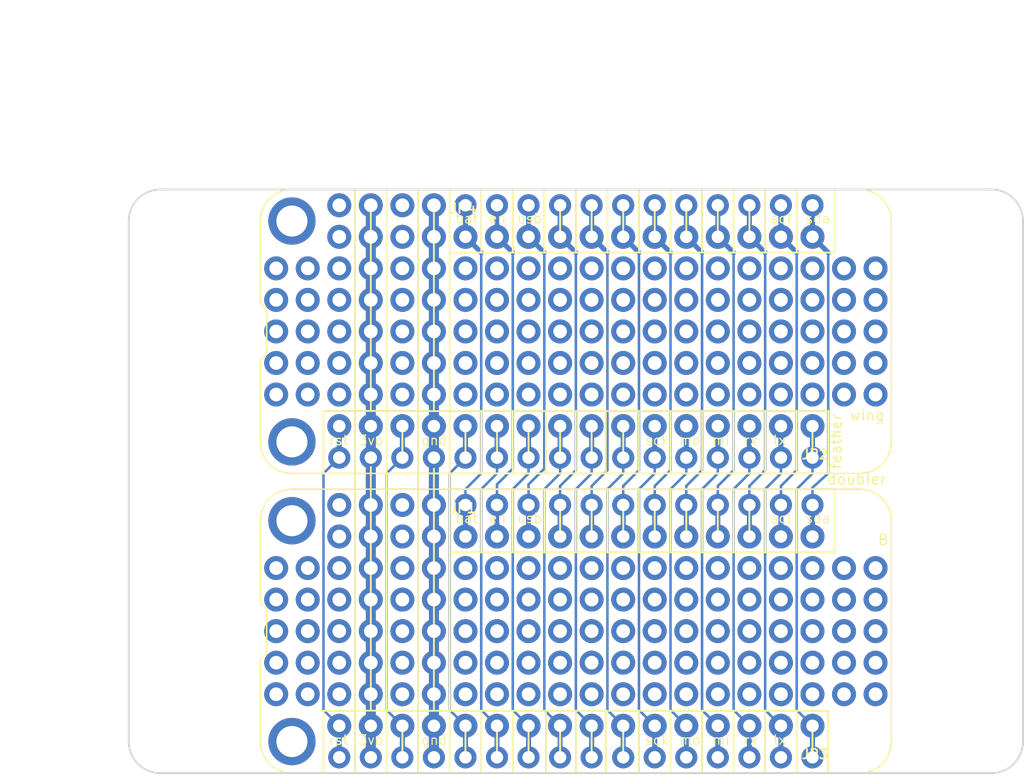
<source format=kicad_pcb>
(kicad_pcb (version 20171130) (host pcbnew "(5.1.2-1)-1")

  (general
    (thickness 1.6)
    (drawings 291)
    (tracks 404)
    (zones 0)
    (modules 6)
    (nets 217)
  )

  (page A4)
  (layers
    (0 Top signal)
    (31 Bottom signal)
    (32 B.Adhes user)
    (33 F.Adhes user)
    (34 B.Paste user)
    (35 F.Paste user)
    (36 B.SilkS user)
    (37 F.SilkS user)
    (38 B.Mask user)
    (39 F.Mask user)
    (40 Dwgs.User user)
    (41 Cmts.User user)
    (42 Eco1.User user)
    (43 Eco2.User user)
    (44 Edge.Cuts user)
    (45 Margin user)
    (46 B.CrtYd user)
    (47 F.CrtYd user)
    (48 B.Fab user)
    (49 F.Fab user)
  )

  (setup
    (last_trace_width 0.25)
    (trace_clearance 0.2)
    (zone_clearance 0.508)
    (zone_45_only no)
    (trace_min 0.2)
    (via_size 0.8)
    (via_drill 0.4)
    (via_min_size 0.4)
    (via_min_drill 0.3)
    (uvia_size 0.3)
    (uvia_drill 0.1)
    (uvias_allowed no)
    (uvia_min_size 0.2)
    (uvia_min_drill 0.1)
    (edge_width 0.05)
    (segment_width 0.2)
    (pcb_text_width 0.3)
    (pcb_text_size 1.5 1.5)
    (mod_edge_width 0.12)
    (mod_text_size 1 1)
    (mod_text_width 0.15)
    (pad_size 1.524 1.524)
    (pad_drill 0.762)
    (pad_to_mask_clearance 0.051)
    (solder_mask_min_width 0.25)
    (aux_axis_origin 0 0)
    (visible_elements FFFFFF7F)
    (pcbplotparams
      (layerselection 0x010fc_ffffffff)
      (usegerberextensions false)
      (usegerberattributes false)
      (usegerberadvancedattributes false)
      (creategerberjobfile false)
      (excludeedgelayer true)
      (linewidth 0.100000)
      (plotframeref false)
      (viasonmask false)
      (mode 1)
      (useauxorigin false)
      (hpglpennumber 1)
      (hpglpenspeed 20)
      (hpglpendiameter 15.000000)
      (psnegative false)
      (psa4output false)
      (plotreference true)
      (plotvalue true)
      (plotinvisibletext false)
      (padsonsilk false)
      (subtractmaskfromsilk false)
      (outputformat 1)
      (mirror false)
      (drillshape 1)
      (scaleselection 1)
      (outputdirectory ""))
  )

  (net 0 "")
  (net 1 N$26)
  (net 2 N$28)
  (net 3 N$31)
  (net 4 N$33)
  (net 5 N$34)
  (net 6 N$36)
  (net 7 N$37)
  (net 8 N$38)
  (net 9 N$39)
  (net 10 N$40)
  (net 11 N$41)
  (net 12 N$42)
  (net 13 N$43)
  (net 14 N$44)
  (net 15 N$46)
  (net 16 N$47)
  (net 17 N$50)
  (net 18 N$51)
  (net 19 N$52)
  (net 20 N$54)
  (net 21 N$58)
  (net 22 N$59)
  (net 23 N$62)
  (net 24 N$63)
  (net 25 N$64)
  (net 26 N$65)
  (net 27 N$66)
  (net 28 N$67)
  (net 29 N$68)
  (net 30 N$69)
  (net 31 N$70)
  (net 32 N$71)
  (net 33 N$72)
  (net 34 N$73)
  (net 35 N$74)
  (net 36 N$75)
  (net 37 N$76)
  (net 38 N$77)
  (net 39 N$78)
  (net 40 N$79)
  (net 41 N$80)
  (net 42 N$81)
  (net 43 N$82)
  (net 44 N$83)
  (net 45 N$84)
  (net 46 N$85)
  (net 47 N$86)
  (net 48 N$87)
  (net 49 N$88)
  (net 50 N$89)
  (net 51 N$90)
  (net 52 N$91)
  (net 53 N$92)
  (net 54 N$93)
  (net 55 N$94)
  (net 56 N$95)
  (net 57 N$96)
  (net 58 N$97)
  (net 59 N$98)
  (net 60 N$99)
  (net 61 N$100)
  (net 62 N$101)
  (net 63 N$102)
  (net 64 N$103)
  (net 65 N$104)
  (net 66 N$105)
  (net 67 N$106)
  (net 68 N$107)
  (net 69 N$108)
  (net 70 N$109)
  (net 71 N$110)
  (net 72 N$111)
  (net 73 N$112)
  (net 74 N$113)
  (net 75 N$114)
  (net 76 N$115)
  (net 77 N$116)
  (net 78 N$117)
  (net 79 N$118)
  (net 80 N$119)
  (net 81 N$120)
  (net 82 N$121)
  (net 83 N$122)
  (net 84 N$123)
  (net 85 N$124)
  (net 86 N$125)
  (net 87 N$126)
  (net 88 N$127)
  (net 89 N$128)
  (net 90 N$129)
  (net 91 N$130)
  (net 92 N$131)
  (net 93 N$132)
  (net 94 N$133)
  (net 95 N$16)
  (net 96 N$27)
  (net 97 N$29)
  (net 98 N$30)
  (net 99 N$32)
  (net 100 N$35)
  (net 101 N$45)
  (net 102 N$48)
  (net 103 N$49)
  (net 104 N$53)
  (net 105 N$55)
  (net 106 N$56)
  (net 107 N$57)
  (net 108 N$60)
  (net 109 N$61)
  (net 110 N$134)
  (net 111 N$135)
  (net 112 N$136)
  (net 113 N$137)
  (net 114 N$138)
  (net 115 N$139)
  (net 116 N$140)
  (net 117 N$141)
  (net 118 N$142)
  (net 119 N$143)
  (net 120 N$144)
  (net 121 N$145)
  (net 122 N$146)
  (net 123 N$147)
  (net 124 N$148)
  (net 125 N$149)
  (net 126 N$150)
  (net 127 N$151)
  (net 128 N$152)
  (net 129 N$153)
  (net 130 N$154)
  (net 131 N$155)
  (net 132 N$156)
  (net 133 N$157)
  (net 134 N$158)
  (net 135 N$159)
  (net 136 N$160)
  (net 137 N$161)
  (net 138 N$162)
  (net 139 N$163)
  (net 140 N$164)
  (net 141 N$165)
  (net 142 N$166)
  (net 143 N$167)
  (net 144 N$168)
  (net 145 N$169)
  (net 146 N$170)
  (net 147 N$171)
  (net 148 N$172)
  (net 149 N$173)
  (net 150 N$174)
  (net 151 N$175)
  (net 152 N$176)
  (net 153 N$177)
  (net 154 N$178)
  (net 155 N$179)
  (net 156 N$180)
  (net 157 N$181)
  (net 158 N$182)
  (net 159 N$183)
  (net 160 N$184)
  (net 161 N$185)
  (net 162 N$186)
  (net 163 N$187)
  (net 164 N$188)
  (net 165 N$189)
  (net 166 N$190)
  (net 167 N$191)
  (net 168 N$192)
  (net 169 N$193)
  (net 170 N$194)
  (net 171 N$195)
  (net 172 N$196)
  (net 173 N$197)
  (net 174 N$198)
  (net 175 N$199)
  (net 176 N$200)
  (net 177 N$201)
  (net 178 N$202)
  (net 179 N$203)
  (net 180 N$204)
  (net 181 N$205)
  (net 182 N$206)
  (net 183 N$207)
  (net 184 N$208)
  (net 185 N$209)
  (net 186 N$210)
  (net 187 N$211)
  (net 188 N$212)
  (net 189 "Net-(JP2-Pad16)")
  (net 190 "Net-(JP2-Pad15)")
  (net 191 "Net-(JP2-Pad14)")
  (net 192 "Net-(JP2-Pad13)")
  (net 193 "Net-(JP2-Pad1)")
  (net 194 "Net-(JP2-Pad2)")
  (net 195 "Net-(JP2-Pad3)")
  (net 196 "Net-(JP2-Pad4)")
  (net 197 "Net-(JP2-Pad5)")
  (net 198 "Net-(JP2-Pad6)")
  (net 199 "Net-(JP2-Pad7)")
  (net 200 "Net-(JP2-Pad8)")
  (net 201 "Net-(JP2-Pad9)")
  (net 202 "Net-(JP2-Pad10)")
  (net 203 "Net-(JP2-Pad11)")
  (net 204 "Net-(JP2-Pad12)")
  (net 205 "Net-(JP1-Pad12)")
  (net 206 "Net-(JP1-Pad11)")
  (net 207 "Net-(JP1-Pad10)")
  (net 208 "Net-(JP1-Pad9)")
  (net 209 "Net-(JP1-Pad8)")
  (net 210 "Net-(JP1-Pad7)")
  (net 211 "Net-(JP1-Pad6)")
  (net 212 "Net-(JP1-Pad5)")
  (net 213 "Net-(JP1-Pad4)")
  (net 214 "Net-(JP1-Pad3)")
  (net 215 "Net-(JP1-Pad2)")
  (net 216 "Net-(JP1-Pad1)")

  (net_class Default "This is the default net class."
    (clearance 0.2)
    (trace_width 0.25)
    (via_dia 0.8)
    (via_drill 0.4)
    (uvia_dia 0.3)
    (uvia_drill 0.1)
    (add_net N$100)
    (add_net N$101)
    (add_net N$102)
    (add_net N$103)
    (add_net N$104)
    (add_net N$105)
    (add_net N$106)
    (add_net N$107)
    (add_net N$108)
    (add_net N$109)
    (add_net N$110)
    (add_net N$111)
    (add_net N$112)
    (add_net N$113)
    (add_net N$114)
    (add_net N$115)
    (add_net N$116)
    (add_net N$117)
    (add_net N$118)
    (add_net N$119)
    (add_net N$120)
    (add_net N$121)
    (add_net N$122)
    (add_net N$123)
    (add_net N$124)
    (add_net N$125)
    (add_net N$126)
    (add_net N$127)
    (add_net N$128)
    (add_net N$129)
    (add_net N$130)
    (add_net N$131)
    (add_net N$132)
    (add_net N$133)
    (add_net N$134)
    (add_net N$135)
    (add_net N$136)
    (add_net N$137)
    (add_net N$138)
    (add_net N$139)
    (add_net N$140)
    (add_net N$141)
    (add_net N$142)
    (add_net N$143)
    (add_net N$144)
    (add_net N$145)
    (add_net N$146)
    (add_net N$147)
    (add_net N$148)
    (add_net N$149)
    (add_net N$150)
    (add_net N$151)
    (add_net N$152)
    (add_net N$153)
    (add_net N$154)
    (add_net N$155)
    (add_net N$156)
    (add_net N$157)
    (add_net N$158)
    (add_net N$159)
    (add_net N$16)
    (add_net N$160)
    (add_net N$161)
    (add_net N$162)
    (add_net N$163)
    (add_net N$164)
    (add_net N$165)
    (add_net N$166)
    (add_net N$167)
    (add_net N$168)
    (add_net N$169)
    (add_net N$170)
    (add_net N$171)
    (add_net N$172)
    (add_net N$173)
    (add_net N$174)
    (add_net N$175)
    (add_net N$176)
    (add_net N$177)
    (add_net N$178)
    (add_net N$179)
    (add_net N$180)
    (add_net N$181)
    (add_net N$182)
    (add_net N$183)
    (add_net N$184)
    (add_net N$185)
    (add_net N$186)
    (add_net N$187)
    (add_net N$188)
    (add_net N$189)
    (add_net N$190)
    (add_net N$191)
    (add_net N$192)
    (add_net N$193)
    (add_net N$194)
    (add_net N$195)
    (add_net N$196)
    (add_net N$197)
    (add_net N$198)
    (add_net N$199)
    (add_net N$200)
    (add_net N$201)
    (add_net N$202)
    (add_net N$203)
    (add_net N$204)
    (add_net N$205)
    (add_net N$206)
    (add_net N$207)
    (add_net N$208)
    (add_net N$209)
    (add_net N$210)
    (add_net N$211)
    (add_net N$212)
    (add_net N$26)
    (add_net N$27)
    (add_net N$28)
    (add_net N$29)
    (add_net N$30)
    (add_net N$31)
    (add_net N$32)
    (add_net N$33)
    (add_net N$34)
    (add_net N$35)
    (add_net N$36)
    (add_net N$37)
    (add_net N$38)
    (add_net N$39)
    (add_net N$40)
    (add_net N$41)
    (add_net N$42)
    (add_net N$43)
    (add_net N$44)
    (add_net N$45)
    (add_net N$46)
    (add_net N$47)
    (add_net N$48)
    (add_net N$49)
    (add_net N$50)
    (add_net N$51)
    (add_net N$52)
    (add_net N$53)
    (add_net N$54)
    (add_net N$55)
    (add_net N$56)
    (add_net N$57)
    (add_net N$58)
    (add_net N$59)
    (add_net N$60)
    (add_net N$61)
    (add_net N$62)
    (add_net N$63)
    (add_net N$64)
    (add_net N$65)
    (add_net N$66)
    (add_net N$67)
    (add_net N$68)
    (add_net N$69)
    (add_net N$70)
    (add_net N$71)
    (add_net N$72)
    (add_net N$73)
    (add_net N$74)
    (add_net N$75)
    (add_net N$76)
    (add_net N$77)
    (add_net N$78)
    (add_net N$79)
    (add_net N$80)
    (add_net N$81)
    (add_net N$82)
    (add_net N$83)
    (add_net N$84)
    (add_net N$85)
    (add_net N$86)
    (add_net N$87)
    (add_net N$88)
    (add_net N$89)
    (add_net N$90)
    (add_net N$91)
    (add_net N$92)
    (add_net N$93)
    (add_net N$94)
    (add_net N$95)
    (add_net N$96)
    (add_net N$97)
    (add_net N$98)
    (add_net N$99)
    (add_net "Net-(JP1-Pad1)")
    (add_net "Net-(JP1-Pad10)")
    (add_net "Net-(JP1-Pad11)")
    (add_net "Net-(JP1-Pad12)")
    (add_net "Net-(JP1-Pad2)")
    (add_net "Net-(JP1-Pad3)")
    (add_net "Net-(JP1-Pad4)")
    (add_net "Net-(JP1-Pad5)")
    (add_net "Net-(JP1-Pad6)")
    (add_net "Net-(JP1-Pad7)")
    (add_net "Net-(JP1-Pad8)")
    (add_net "Net-(JP1-Pad9)")
    (add_net "Net-(JP2-Pad1)")
    (add_net "Net-(JP2-Pad10)")
    (add_net "Net-(JP2-Pad11)")
    (add_net "Net-(JP2-Pad12)")
    (add_net "Net-(JP2-Pad13)")
    (add_net "Net-(JP2-Pad14)")
    (add_net "Net-(JP2-Pad15)")
    (add_net "Net-(JP2-Pad16)")
    (add_net "Net-(JP2-Pad2)")
    (add_net "Net-(JP2-Pad3)")
    (add_net "Net-(JP2-Pad4)")
    (add_net "Net-(JP2-Pad5)")
    (add_net "Net-(JP2-Pad6)")
    (add_net "Net-(JP2-Pad7)")
    (add_net "Net-(JP2-Pad8)")
    (add_net "Net-(JP2-Pad9)")
  )

  (module DoubleWing:FEATHERWING_DIM (layer Top) (tedit 0) (tstamp 5D1B9386)
    (at 123.1011 128.4986)
    (path /E265C98C)
    (fp_text reference MS1 (at 0 0) (layer F.SilkS) hide
      (effects (font (size 1.27 1.27) (thickness 0.15)))
    )
    (fp_text value FEATHERWING_NODIM (at 0 0) (layer F.SilkS) hide
      (effects (font (size 1.27 1.27) (thickness 0.15)))
    )
    (fp_arc (start 2.54 -2.54) (end 0 -2.54) (angle -90) (layer F.SilkS) (width 0.12))
    (fp_line (start 0 -9.144) (end 0 -2.54) (layer F.SilkS) (width 0.12))
    (fp_line (start 0.508 -9.652) (end 0 -9.144) (layer F.SilkS) (width 0.12))
    (fp_line (start 0.508 -13.208) (end 0.508 -9.652) (layer F.SilkS) (width 0.12))
    (fp_line (start 0 -13.716) (end 0.508 -13.208) (layer F.SilkS) (width 0.12))
    (fp_line (start 0 -20.32) (end 0 -13.716) (layer F.SilkS) (width 0.12))
    (fp_arc (start 2.54 -20.32) (end 2.54 -22.86) (angle -90) (layer F.SilkS) (width 0.12))
    (fp_line (start 48.26 -22.86) (end 2.54 -22.86) (layer F.SilkS) (width 0.12))
    (fp_arc (start 48.26 -20.32) (end 50.8 -20.32) (angle -90) (layer F.SilkS) (width 0.12))
    (fp_line (start 50.8 -2.54) (end 50.8 -20.32) (layer F.SilkS) (width 0.12))
    (fp_arc (start 48.26 -2.54) (end 48.26 0) (angle -90) (layer F.SilkS) (width 0.12))
    (fp_line (start 2.54 0) (end 48.26 0) (layer F.SilkS) (width 0.12))
    (pad 1 thru_hole circle (at 6.35 -1.27) (size 1.778 1.778) (drill 1) (layers *.Cu *.Mask)
      (net 189 "Net-(JP2-Pad16)") (solder_mask_margin 0.0508))
    (pad 2 thru_hole circle (at 8.89 -1.27) (size 1.778 1.778) (drill 1) (layers *.Cu *.Mask)
      (net 190 "Net-(JP2-Pad15)") (solder_mask_margin 0.0508))
    (pad 3 thru_hole circle (at 11.43 -1.27) (size 1.778 1.778) (drill 1) (layers *.Cu *.Mask)
      (net 191 "Net-(JP2-Pad14)") (solder_mask_margin 0.0508))
    (pad 4 thru_hole circle (at 13.97 -1.27) (size 1.778 1.778) (drill 1) (layers *.Cu *.Mask)
      (net 192 "Net-(JP2-Pad13)") (solder_mask_margin 0.0508))
    (pad 16 thru_hole circle (at 44.45 -1.27) (size 1.778 1.778) (drill 1) (layers *.Cu *.Mask)
      (net 193 "Net-(JP2-Pad1)") (solder_mask_margin 0.0508))
    (pad 15 thru_hole circle (at 41.91 -1.27) (size 1.778 1.778) (drill 1) (layers *.Cu *.Mask)
      (net 194 "Net-(JP2-Pad2)") (solder_mask_margin 0.0508))
    (pad 14 thru_hole circle (at 39.37 -1.27) (size 1.778 1.778) (drill 1) (layers *.Cu *.Mask)
      (net 195 "Net-(JP2-Pad3)") (solder_mask_margin 0.0508))
    (pad 13 thru_hole circle (at 36.83 -1.27) (size 1.778 1.778) (drill 1) (layers *.Cu *.Mask)
      (net 196 "Net-(JP2-Pad4)") (solder_mask_margin 0.0508))
    (pad 12 thru_hole circle (at 34.29 -1.27) (size 1.778 1.778) (drill 1) (layers *.Cu *.Mask)
      (net 197 "Net-(JP2-Pad5)") (solder_mask_margin 0.0508))
    (pad 11 thru_hole circle (at 31.75 -1.27) (size 1.778 1.778) (drill 1) (layers *.Cu *.Mask)
      (net 198 "Net-(JP2-Pad6)") (solder_mask_margin 0.0508))
    (pad 10 thru_hole circle (at 29.21 -1.27) (size 1.778 1.778) (drill 1) (layers *.Cu *.Mask)
      (net 199 "Net-(JP2-Pad7)") (solder_mask_margin 0.0508))
    (pad 9 thru_hole circle (at 26.67 -1.27) (size 1.778 1.778) (drill 1) (layers *.Cu *.Mask)
      (net 200 "Net-(JP2-Pad8)") (solder_mask_margin 0.0508))
    (pad 8 thru_hole circle (at 24.13 -1.27) (size 1.778 1.778) (drill 1) (layers *.Cu *.Mask)
      (net 201 "Net-(JP2-Pad9)") (solder_mask_margin 0.0508))
    (pad 7 thru_hole circle (at 21.59 -1.27) (size 1.778 1.778) (drill 1) (layers *.Cu *.Mask)
      (net 202 "Net-(JP2-Pad10)") (solder_mask_margin 0.0508))
    (pad 6 thru_hole circle (at 19.05 -1.27) (size 1.778 1.778) (drill 1) (layers *.Cu *.Mask)
      (net 203 "Net-(JP2-Pad11)") (solder_mask_margin 0.0508))
    (pad 5 thru_hole circle (at 16.51 -1.27) (size 1.778 1.778) (drill 1) (layers *.Cu *.Mask)
      (net 204 "Net-(JP2-Pad12)") (solder_mask_margin 0.0508))
    (pad 17 thru_hole circle (at 44.45 -21.59) (size 1.778 1.778) (drill 1) (layers *.Cu *.Mask)
      (net 205 "Net-(JP1-Pad12)") (solder_mask_margin 0.0508))
    (pad 18 thru_hole circle (at 41.91 -21.59) (size 1.778 1.778) (drill 1) (layers *.Cu *.Mask)
      (net 206 "Net-(JP1-Pad11)") (solder_mask_margin 0.0508))
    (pad 19 thru_hole circle (at 39.37 -21.59) (size 1.778 1.778) (drill 1) (layers *.Cu *.Mask)
      (net 207 "Net-(JP1-Pad10)") (solder_mask_margin 0.0508))
    (pad 20 thru_hole circle (at 36.83 -21.59) (size 1.778 1.778) (drill 1) (layers *.Cu *.Mask)
      (net 208 "Net-(JP1-Pad9)") (solder_mask_margin 0.0508))
    (pad 21 thru_hole circle (at 34.29 -21.59) (size 1.778 1.778) (drill 1) (layers *.Cu *.Mask)
      (net 209 "Net-(JP1-Pad8)") (solder_mask_margin 0.0508))
    (pad 22 thru_hole circle (at 31.75 -21.59) (size 1.778 1.778) (drill 1) (layers *.Cu *.Mask)
      (net 210 "Net-(JP1-Pad7)") (solder_mask_margin 0.0508))
    (pad 23 thru_hole circle (at 29.21 -21.59) (size 1.778 1.778) (drill 1) (layers *.Cu *.Mask)
      (net 211 "Net-(JP1-Pad6)") (solder_mask_margin 0.0508))
    (pad 24 thru_hole circle (at 26.67 -21.59) (size 1.778 1.778) (drill 1) (layers *.Cu *.Mask)
      (net 212 "Net-(JP1-Pad5)") (solder_mask_margin 0.0508))
    (pad 25 thru_hole circle (at 24.13 -21.59) (size 1.778 1.778) (drill 1) (layers *.Cu *.Mask)
      (net 213 "Net-(JP1-Pad4)") (solder_mask_margin 0.0508))
    (pad 26 thru_hole circle (at 21.59 -21.59) (size 1.778 1.778) (drill 1) (layers *.Cu *.Mask)
      (net 214 "Net-(JP1-Pad3)") (solder_mask_margin 0.0508))
    (pad 27 thru_hole circle (at 19.05 -21.59) (size 1.778 1.778) (drill 1) (layers *.Cu *.Mask)
      (net 215 "Net-(JP1-Pad2)") (solder_mask_margin 0.0508))
    (pad 28 thru_hole circle (at 16.51 -21.59) (size 1.778 1.778) (drill 1) (layers *.Cu *.Mask)
      (net 216 "Net-(JP1-Pad1)") (solder_mask_margin 0.0508))
    (pad P$2 thru_hole circle (at 2.54 -2.54) (size 3.81 3.81) (drill 2.5) (layers *.Cu *.Mask)
      (solder_mask_margin 0.0508))
    (pad P$1 thru_hole circle (at 2.54 -20.32) (size 3.81 3.81) (drill 2.5) (layers *.Cu *.Mask)
      (solder_mask_margin 0.0508))
    (pad "" np_thru_hole circle (at 48.26 -2.54) (size 2.54 2.54) (drill 2.54) (layers *.Cu *.Mask))
    (pad "" np_thru_hole circle (at 48.26 -20.32) (size 2.54 2.54) (drill 2.54) (layers *.Cu *.Mask))
  )

  (module DoubleWing:1X16_ROUND_76MIL (layer Top) (tedit 0) (tstamp 5D1B93B5)
    (at 148.5011 124.6886 180)
    (path /48CD7B62)
    (fp_text reference JP3 (at -20.3962 -1.8288 180) (layer F.SilkS)
      (effects (font (size 0.77216 0.77216) (thickness 0.146304)) (justify right top))
    )
    (fp_text value HEADER-1X16_76MIL (at -20.32 3.175 180) (layer F.Fab)
      (effects (font (size 0.38608 0.38608) (thickness 0.04064)) (justify right top))
    )
    (fp_poly (pts (xy 18.796 0.254) (xy 19.304 0.254) (xy 19.304 -0.254) (xy 18.796 -0.254)) (layer F.Fab) (width 0))
    (fp_poly (pts (xy -19.304 0.254) (xy -18.796 0.254) (xy -18.796 -0.254) (xy -19.304 -0.254)) (layer F.Fab) (width 0))
    (fp_poly (pts (xy -16.764 0.254) (xy -16.256 0.254) (xy -16.256 -0.254) (xy -16.764 -0.254)) (layer F.Fab) (width 0))
    (fp_poly (pts (xy -14.224 0.254) (xy -13.716 0.254) (xy -13.716 -0.254) (xy -14.224 -0.254)) (layer F.Fab) (width 0))
    (fp_poly (pts (xy -11.684 0.254) (xy -11.176 0.254) (xy -11.176 -0.254) (xy -11.684 -0.254)) (layer F.Fab) (width 0))
    (fp_poly (pts (xy -9.144 0.254) (xy -8.636 0.254) (xy -8.636 -0.254) (xy -9.144 -0.254)) (layer F.Fab) (width 0))
    (fp_poly (pts (xy -6.604 0.254) (xy -6.096 0.254) (xy -6.096 -0.254) (xy -6.604 -0.254)) (layer F.Fab) (width 0))
    (fp_poly (pts (xy -4.064 0.254) (xy -3.556 0.254) (xy -3.556 -0.254) (xy -4.064 -0.254)) (layer F.Fab) (width 0))
    (fp_poly (pts (xy -1.524 0.254) (xy -1.016 0.254) (xy -1.016 -0.254) (xy -1.524 -0.254)) (layer F.Fab) (width 0))
    (fp_poly (pts (xy 1.016 0.254) (xy 1.524 0.254) (xy 1.524 -0.254) (xy 1.016 -0.254)) (layer F.Fab) (width 0))
    (fp_poly (pts (xy 3.556 0.254) (xy 4.064 0.254) (xy 4.064 -0.254) (xy 3.556 -0.254)) (layer F.Fab) (width 0))
    (fp_poly (pts (xy 6.096 0.254) (xy 6.604 0.254) (xy 6.604 -0.254) (xy 6.096 -0.254)) (layer F.Fab) (width 0))
    (fp_poly (pts (xy 8.636 0.254) (xy 9.144 0.254) (xy 9.144 -0.254) (xy 8.636 -0.254)) (layer F.Fab) (width 0))
    (fp_poly (pts (xy 11.176 0.254) (xy 11.684 0.254) (xy 11.684 -0.254) (xy 11.176 -0.254)) (layer F.Fab) (width 0))
    (fp_poly (pts (xy 13.716 0.254) (xy 14.224 0.254) (xy 14.224 -0.254) (xy 13.716 -0.254)) (layer F.Fab) (width 0))
    (fp_poly (pts (xy 16.256 0.254) (xy 16.764 0.254) (xy 16.764 -0.254) (xy 16.256 -0.254)) (layer F.Fab) (width 0))
    (pad 16 thru_hole circle (at 19.05 0 270) (size 1.9304 1.9304) (drill 1) (layers *.Cu *.Mask)
      (net 189 "Net-(JP2-Pad16)") (solder_mask_margin 0.0508))
    (pad 15 thru_hole circle (at 16.51 0 270) (size 1.9304 1.9304) (drill 1) (layers *.Cu *.Mask)
      (net 190 "Net-(JP2-Pad15)") (solder_mask_margin 0.0508))
    (pad 14 thru_hole circle (at 13.97 0 270) (size 1.9304 1.9304) (drill 1) (layers *.Cu *.Mask)
      (net 191 "Net-(JP2-Pad14)") (solder_mask_margin 0.0508))
    (pad 13 thru_hole circle (at 11.43 0 270) (size 1.9304 1.9304) (drill 1) (layers *.Cu *.Mask)
      (net 192 "Net-(JP2-Pad13)") (solder_mask_margin 0.0508))
    (pad 12 thru_hole circle (at 8.89 0 270) (size 1.9304 1.9304) (drill 1) (layers *.Cu *.Mask)
      (net 204 "Net-(JP2-Pad12)") (solder_mask_margin 0.0508))
    (pad 11 thru_hole circle (at 6.35 0 270) (size 1.9304 1.9304) (drill 1) (layers *.Cu *.Mask)
      (net 203 "Net-(JP2-Pad11)") (solder_mask_margin 0.0508))
    (pad 10 thru_hole circle (at 3.81 0 270) (size 1.9304 1.9304) (drill 1) (layers *.Cu *.Mask)
      (net 202 "Net-(JP2-Pad10)") (solder_mask_margin 0.0508))
    (pad 9 thru_hole circle (at 1.27 0 270) (size 1.9304 1.9304) (drill 1) (layers *.Cu *.Mask)
      (net 201 "Net-(JP2-Pad9)") (solder_mask_margin 0.0508))
    (pad 8 thru_hole circle (at -1.27 0 270) (size 1.9304 1.9304) (drill 1) (layers *.Cu *.Mask)
      (net 200 "Net-(JP2-Pad8)") (solder_mask_margin 0.0508))
    (pad 7 thru_hole circle (at -3.81 0 270) (size 1.9304 1.9304) (drill 1) (layers *.Cu *.Mask)
      (net 199 "Net-(JP2-Pad7)") (solder_mask_margin 0.0508))
    (pad 6 thru_hole circle (at -6.35 0 270) (size 1.9304 1.9304) (drill 1) (layers *.Cu *.Mask)
      (net 198 "Net-(JP2-Pad6)") (solder_mask_margin 0.0508))
    (pad 5 thru_hole circle (at -8.89 0 270) (size 1.9304 1.9304) (drill 1) (layers *.Cu *.Mask)
      (net 197 "Net-(JP2-Pad5)") (solder_mask_margin 0.0508))
    (pad 4 thru_hole circle (at -11.43 0 270) (size 1.9304 1.9304) (drill 1) (layers *.Cu *.Mask)
      (net 196 "Net-(JP2-Pad4)") (solder_mask_margin 0.0508))
    (pad 3 thru_hole circle (at -13.97 0 270) (size 1.9304 1.9304) (drill 1) (layers *.Cu *.Mask)
      (net 195 "Net-(JP2-Pad3)") (solder_mask_margin 0.0508))
    (pad 2 thru_hole circle (at -16.51 0 270) (size 1.9304 1.9304) (drill 1) (layers *.Cu *.Mask)
      (net 194 "Net-(JP2-Pad2)") (solder_mask_margin 0.0508))
    (pad 1 thru_hole circle (at -19.05 0 270) (size 1.9304 1.9304) (drill 1) (layers *.Cu *.Mask)
      (net 193 "Net-(JP2-Pad1)") (solder_mask_margin 0.0508))
  )

  (module DoubleWing:1X12_ROUND_76MIL (layer Top) (tedit 0) (tstamp 5D1B93D8)
    (at 153.5811 109.4486)
    (path /A75A2B47)
    (fp_text reference JP1 (at -15.3162 -1.8288) (layer F.SilkS)
      (effects (font (size 0.77216 0.77216) (thickness 0.146304)) (justify left bottom))
    )
    (fp_text value HEADER-1X1276MIL (at -15.24 3.175) (layer F.Fab)
      (effects (font (size 0.38608 0.38608) (thickness 0.04064)) (justify left bottom))
    )
    (fp_poly (pts (xy 13.716 0.254) (xy 14.224 0.254) (xy 14.224 -0.254) (xy 13.716 -0.254)) (layer F.Fab) (width 0))
    (fp_poly (pts (xy 11.176 0.254) (xy 11.684 0.254) (xy 11.684 -0.254) (xy 11.176 -0.254)) (layer F.Fab) (width 0))
    (fp_poly (pts (xy 8.636 0.254) (xy 9.144 0.254) (xy 9.144 -0.254) (xy 8.636 -0.254)) (layer F.Fab) (width 0))
    (fp_poly (pts (xy -14.224 0.254) (xy -13.716 0.254) (xy -13.716 -0.254) (xy -14.224 -0.254)) (layer F.Fab) (width 0))
    (fp_poly (pts (xy -11.684 0.254) (xy -11.176 0.254) (xy -11.176 -0.254) (xy -11.684 -0.254)) (layer F.Fab) (width 0))
    (fp_poly (pts (xy -9.144 0.254) (xy -8.636 0.254) (xy -8.636 -0.254) (xy -9.144 -0.254)) (layer F.Fab) (width 0))
    (fp_poly (pts (xy -6.604 0.254) (xy -6.096 0.254) (xy -6.096 -0.254) (xy -6.604 -0.254)) (layer F.Fab) (width 0))
    (fp_poly (pts (xy -4.064 0.254) (xy -3.556 0.254) (xy -3.556 -0.254) (xy -4.064 -0.254)) (layer F.Fab) (width 0))
    (fp_poly (pts (xy -1.524 0.254) (xy -1.016 0.254) (xy -1.016 -0.254) (xy -1.524 -0.254)) (layer F.Fab) (width 0))
    (fp_poly (pts (xy 1.016 0.254) (xy 1.524 0.254) (xy 1.524 -0.254) (xy 1.016 -0.254)) (layer F.Fab) (width 0))
    (fp_poly (pts (xy 3.556 0.254) (xy 4.064 0.254) (xy 4.064 -0.254) (xy 3.556 -0.254)) (layer F.Fab) (width 0))
    (fp_poly (pts (xy 6.096 0.254) (xy 6.604 0.254) (xy 6.604 -0.254) (xy 6.096 -0.254)) (layer F.Fab) (width 0))
    (fp_line (start -15.24 -0.635) (end -15.24 0.635) (layer F.Fab) (width 0.2032))
    (pad 12 thru_hole circle (at 13.97 0 90) (size 1.9304 1.9304) (drill 1) (layers *.Cu *.Mask)
      (net 205 "Net-(JP1-Pad12)") (solder_mask_margin 0.0508))
    (pad 11 thru_hole circle (at 11.43 0 90) (size 1.9304 1.9304) (drill 1) (layers *.Cu *.Mask)
      (net 206 "Net-(JP1-Pad11)") (solder_mask_margin 0.0508))
    (pad 10 thru_hole circle (at 8.89 0 90) (size 1.9304 1.9304) (drill 1) (layers *.Cu *.Mask)
      (net 207 "Net-(JP1-Pad10)") (solder_mask_margin 0.0508))
    (pad 9 thru_hole circle (at 6.35 0 90) (size 1.9304 1.9304) (drill 1) (layers *.Cu *.Mask)
      (net 208 "Net-(JP1-Pad9)") (solder_mask_margin 0.0508))
    (pad 8 thru_hole circle (at 3.81 0 90) (size 1.9304 1.9304) (drill 1) (layers *.Cu *.Mask)
      (net 209 "Net-(JP1-Pad8)") (solder_mask_margin 0.0508))
    (pad 7 thru_hole circle (at 1.27 0 90) (size 1.9304 1.9304) (drill 1) (layers *.Cu *.Mask)
      (net 210 "Net-(JP1-Pad7)") (solder_mask_margin 0.0508))
    (pad 6 thru_hole circle (at -1.27 0 90) (size 1.9304 1.9304) (drill 1) (layers *.Cu *.Mask)
      (net 211 "Net-(JP1-Pad6)") (solder_mask_margin 0.0508))
    (pad 5 thru_hole circle (at -3.81 0 90) (size 1.9304 1.9304) (drill 1) (layers *.Cu *.Mask)
      (net 212 "Net-(JP1-Pad5)") (solder_mask_margin 0.0508))
    (pad 4 thru_hole circle (at -6.35 0 90) (size 1.9304 1.9304) (drill 1) (layers *.Cu *.Mask)
      (net 213 "Net-(JP1-Pad4)") (solder_mask_margin 0.0508))
    (pad 3 thru_hole circle (at -8.89 0 90) (size 1.9304 1.9304) (drill 1) (layers *.Cu *.Mask)
      (net 214 "Net-(JP1-Pad3)") (solder_mask_margin 0.0508))
    (pad 2 thru_hole circle (at -11.43 0 90) (size 1.9304 1.9304) (drill 1) (layers *.Cu *.Mask)
      (net 215 "Net-(JP1-Pad2)") (solder_mask_margin 0.0508))
    (pad 1 thru_hole circle (at -13.97 0 90) (size 1.9304 1.9304) (drill 1) (layers *.Cu *.Mask)
      (net 216 "Net-(JP1-Pad1)") (solder_mask_margin 0.0508))
  )

  (module DoubleWing:FEATHERWING_DIM (layer Top) (tedit 0) (tstamp 5D1B93F4)
    (at 123.1011 104.3686)
    (path /4480ED05)
    (fp_text reference MS2 (at 0 0) (layer F.SilkS) hide
      (effects (font (size 1.27 1.27) (thickness 0.15)))
    )
    (fp_text value FEATHERWING_NODIM (at 0 0) (layer F.SilkS) hide
      (effects (font (size 1.27 1.27) (thickness 0.15)))
    )
    (fp_arc (start 2.54 -2.54) (end 0 -2.54) (angle -90) (layer F.SilkS) (width 0.12))
    (fp_line (start 0 -9.144) (end 0 -2.54) (layer F.SilkS) (width 0.12))
    (fp_line (start 0.508 -9.652) (end 0 -9.144) (layer F.SilkS) (width 0.12))
    (fp_line (start 0.508 -13.208) (end 0.508 -9.652) (layer F.SilkS) (width 0.12))
    (fp_line (start 0 -13.716) (end 0.508 -13.208) (layer F.SilkS) (width 0.12))
    (fp_line (start 0 -20.32) (end 0 -13.716) (layer F.SilkS) (width 0.12))
    (fp_arc (start 2.54 -20.32) (end 2.54 -22.86) (angle -90) (layer F.SilkS) (width 0.12))
    (fp_line (start 48.26 -22.86) (end 2.54 -22.86) (layer F.SilkS) (width 0.12))
    (fp_arc (start 48.26 -20.32) (end 50.8 -20.32) (angle -90) (layer F.SilkS) (width 0.12))
    (fp_line (start 50.8 -2.54) (end 50.8 -20.32) (layer F.SilkS) (width 0.12))
    (fp_arc (start 48.26 -2.54) (end 48.26 0) (angle -90) (layer F.SilkS) (width 0.12))
    (fp_line (start 2.54 0) (end 48.26 0) (layer F.SilkS) (width 0.12))
    (pad 1 thru_hole circle (at 6.35 -1.27) (size 1.778 1.778) (drill 1) (layers *.Cu *.Mask)
      (net 189 "Net-(JP2-Pad16)") (solder_mask_margin 0.0508))
    (pad 2 thru_hole circle (at 8.89 -1.27) (size 1.778 1.778) (drill 1) (layers *.Cu *.Mask)
      (net 190 "Net-(JP2-Pad15)") (solder_mask_margin 0.0508))
    (pad 3 thru_hole circle (at 11.43 -1.27) (size 1.778 1.778) (drill 1) (layers *.Cu *.Mask)
      (net 191 "Net-(JP2-Pad14)") (solder_mask_margin 0.0508))
    (pad 4 thru_hole circle (at 13.97 -1.27) (size 1.778 1.778) (drill 1) (layers *.Cu *.Mask)
      (net 192 "Net-(JP2-Pad13)") (solder_mask_margin 0.0508))
    (pad 16 thru_hole circle (at 44.45 -1.27) (size 1.778 1.778) (drill 1) (layers *.Cu *.Mask)
      (net 193 "Net-(JP2-Pad1)") (solder_mask_margin 0.0508))
    (pad 15 thru_hole circle (at 41.91 -1.27) (size 1.778 1.778) (drill 1) (layers *.Cu *.Mask)
      (net 194 "Net-(JP2-Pad2)") (solder_mask_margin 0.0508))
    (pad 14 thru_hole circle (at 39.37 -1.27) (size 1.778 1.778) (drill 1) (layers *.Cu *.Mask)
      (net 195 "Net-(JP2-Pad3)") (solder_mask_margin 0.0508))
    (pad 13 thru_hole circle (at 36.83 -1.27) (size 1.778 1.778) (drill 1) (layers *.Cu *.Mask)
      (net 196 "Net-(JP2-Pad4)") (solder_mask_margin 0.0508))
    (pad 12 thru_hole circle (at 34.29 -1.27) (size 1.778 1.778) (drill 1) (layers *.Cu *.Mask)
      (net 197 "Net-(JP2-Pad5)") (solder_mask_margin 0.0508))
    (pad 11 thru_hole circle (at 31.75 -1.27) (size 1.778 1.778) (drill 1) (layers *.Cu *.Mask)
      (net 198 "Net-(JP2-Pad6)") (solder_mask_margin 0.0508))
    (pad 10 thru_hole circle (at 29.21 -1.27) (size 1.778 1.778) (drill 1) (layers *.Cu *.Mask)
      (net 199 "Net-(JP2-Pad7)") (solder_mask_margin 0.0508))
    (pad 9 thru_hole circle (at 26.67 -1.27) (size 1.778 1.778) (drill 1) (layers *.Cu *.Mask)
      (net 200 "Net-(JP2-Pad8)") (solder_mask_margin 0.0508))
    (pad 8 thru_hole circle (at 24.13 -1.27) (size 1.778 1.778) (drill 1) (layers *.Cu *.Mask)
      (net 201 "Net-(JP2-Pad9)") (solder_mask_margin 0.0508))
    (pad 7 thru_hole circle (at 21.59 -1.27) (size 1.778 1.778) (drill 1) (layers *.Cu *.Mask)
      (net 202 "Net-(JP2-Pad10)") (solder_mask_margin 0.0508))
    (pad 6 thru_hole circle (at 19.05 -1.27) (size 1.778 1.778) (drill 1) (layers *.Cu *.Mask)
      (net 203 "Net-(JP2-Pad11)") (solder_mask_margin 0.0508))
    (pad 5 thru_hole circle (at 16.51 -1.27) (size 1.778 1.778) (drill 1) (layers *.Cu *.Mask)
      (net 204 "Net-(JP2-Pad12)") (solder_mask_margin 0.0508))
    (pad 17 thru_hole circle (at 44.45 -21.59) (size 1.778 1.778) (drill 1) (layers *.Cu *.Mask)
      (net 205 "Net-(JP1-Pad12)") (solder_mask_margin 0.0508))
    (pad 18 thru_hole circle (at 41.91 -21.59) (size 1.778 1.778) (drill 1) (layers *.Cu *.Mask)
      (net 206 "Net-(JP1-Pad11)") (solder_mask_margin 0.0508))
    (pad 19 thru_hole circle (at 39.37 -21.59) (size 1.778 1.778) (drill 1) (layers *.Cu *.Mask)
      (net 207 "Net-(JP1-Pad10)") (solder_mask_margin 0.0508))
    (pad 20 thru_hole circle (at 36.83 -21.59) (size 1.778 1.778) (drill 1) (layers *.Cu *.Mask)
      (net 208 "Net-(JP1-Pad9)") (solder_mask_margin 0.0508))
    (pad 21 thru_hole circle (at 34.29 -21.59) (size 1.778 1.778) (drill 1) (layers *.Cu *.Mask)
      (net 209 "Net-(JP1-Pad8)") (solder_mask_margin 0.0508))
    (pad 22 thru_hole circle (at 31.75 -21.59) (size 1.778 1.778) (drill 1) (layers *.Cu *.Mask)
      (net 210 "Net-(JP1-Pad7)") (solder_mask_margin 0.0508))
    (pad 23 thru_hole circle (at 29.21 -21.59) (size 1.778 1.778) (drill 1) (layers *.Cu *.Mask)
      (net 211 "Net-(JP1-Pad6)") (solder_mask_margin 0.0508))
    (pad 24 thru_hole circle (at 26.67 -21.59) (size 1.778 1.778) (drill 1) (layers *.Cu *.Mask)
      (net 212 "Net-(JP1-Pad5)") (solder_mask_margin 0.0508))
    (pad 25 thru_hole circle (at 24.13 -21.59) (size 1.778 1.778) (drill 1) (layers *.Cu *.Mask)
      (net 213 "Net-(JP1-Pad4)") (solder_mask_margin 0.0508))
    (pad 26 thru_hole circle (at 21.59 -21.59) (size 1.778 1.778) (drill 1) (layers *.Cu *.Mask)
      (net 214 "Net-(JP1-Pad3)") (solder_mask_margin 0.0508))
    (pad 27 thru_hole circle (at 19.05 -21.59) (size 1.778 1.778) (drill 1) (layers *.Cu *.Mask)
      (net 215 "Net-(JP1-Pad2)") (solder_mask_margin 0.0508))
    (pad 28 thru_hole circle (at 16.51 -21.59) (size 1.778 1.778) (drill 1) (layers *.Cu *.Mask)
      (net 216 "Net-(JP1-Pad1)") (solder_mask_margin 0.0508))
    (pad P$2 thru_hole circle (at 2.54 -2.54) (size 3.81 3.81) (drill 2.5) (layers *.Cu *.Mask)
      (solder_mask_margin 0.0508))
    (pad P$1 thru_hole circle (at 2.54 -20.32) (size 3.81 3.81) (drill 2.5) (layers *.Cu *.Mask)
      (solder_mask_margin 0.0508))
    (pad "" np_thru_hole circle (at 48.26 -2.54) (size 2.54 2.54) (drill 2.54) (layers *.Cu *.Mask))
    (pad "" np_thru_hole circle (at 48.26 -20.32) (size 2.54 2.54) (drill 2.54) (layers *.Cu *.Mask))
  )

  (module DoubleWing:1X16_ROUND_76MIL (layer Top) (tedit 0) (tstamp 5D1B9423)
    (at 148.5011 100.5586 180)
    (path /93E45719)
    (fp_text reference JP2 (at -20.3962 -1.8288 180) (layer F.SilkS)
      (effects (font (size 0.77216 0.77216) (thickness 0.146304)) (justify right top))
    )
    (fp_text value HEADER-1X16_76MIL (at -20.32 3.175 180) (layer F.Fab)
      (effects (font (size 0.38608 0.38608) (thickness 0.04064)) (justify right top))
    )
    (fp_poly (pts (xy 18.796 0.254) (xy 19.304 0.254) (xy 19.304 -0.254) (xy 18.796 -0.254)) (layer F.Fab) (width 0))
    (fp_poly (pts (xy -19.304 0.254) (xy -18.796 0.254) (xy -18.796 -0.254) (xy -19.304 -0.254)) (layer F.Fab) (width 0))
    (fp_poly (pts (xy -16.764 0.254) (xy -16.256 0.254) (xy -16.256 -0.254) (xy -16.764 -0.254)) (layer F.Fab) (width 0))
    (fp_poly (pts (xy -14.224 0.254) (xy -13.716 0.254) (xy -13.716 -0.254) (xy -14.224 -0.254)) (layer F.Fab) (width 0))
    (fp_poly (pts (xy -11.684 0.254) (xy -11.176 0.254) (xy -11.176 -0.254) (xy -11.684 -0.254)) (layer F.Fab) (width 0))
    (fp_poly (pts (xy -9.144 0.254) (xy -8.636 0.254) (xy -8.636 -0.254) (xy -9.144 -0.254)) (layer F.Fab) (width 0))
    (fp_poly (pts (xy -6.604 0.254) (xy -6.096 0.254) (xy -6.096 -0.254) (xy -6.604 -0.254)) (layer F.Fab) (width 0))
    (fp_poly (pts (xy -4.064 0.254) (xy -3.556 0.254) (xy -3.556 -0.254) (xy -4.064 -0.254)) (layer F.Fab) (width 0))
    (fp_poly (pts (xy -1.524 0.254) (xy -1.016 0.254) (xy -1.016 -0.254) (xy -1.524 -0.254)) (layer F.Fab) (width 0))
    (fp_poly (pts (xy 1.016 0.254) (xy 1.524 0.254) (xy 1.524 -0.254) (xy 1.016 -0.254)) (layer F.Fab) (width 0))
    (fp_poly (pts (xy 3.556 0.254) (xy 4.064 0.254) (xy 4.064 -0.254) (xy 3.556 -0.254)) (layer F.Fab) (width 0))
    (fp_poly (pts (xy 6.096 0.254) (xy 6.604 0.254) (xy 6.604 -0.254) (xy 6.096 -0.254)) (layer F.Fab) (width 0))
    (fp_poly (pts (xy 8.636 0.254) (xy 9.144 0.254) (xy 9.144 -0.254) (xy 8.636 -0.254)) (layer F.Fab) (width 0))
    (fp_poly (pts (xy 11.176 0.254) (xy 11.684 0.254) (xy 11.684 -0.254) (xy 11.176 -0.254)) (layer F.Fab) (width 0))
    (fp_poly (pts (xy 13.716 0.254) (xy 14.224 0.254) (xy 14.224 -0.254) (xy 13.716 -0.254)) (layer F.Fab) (width 0))
    (fp_poly (pts (xy 16.256 0.254) (xy 16.764 0.254) (xy 16.764 -0.254) (xy 16.256 -0.254)) (layer F.Fab) (width 0))
    (pad 16 thru_hole circle (at 19.05 0 270) (size 1.9304 1.9304) (drill 1) (layers *.Cu *.Mask)
      (net 189 "Net-(JP2-Pad16)") (solder_mask_margin 0.0508))
    (pad 15 thru_hole circle (at 16.51 0 270) (size 1.9304 1.9304) (drill 1) (layers *.Cu *.Mask)
      (net 190 "Net-(JP2-Pad15)") (solder_mask_margin 0.0508))
    (pad 14 thru_hole circle (at 13.97 0 270) (size 1.9304 1.9304) (drill 1) (layers *.Cu *.Mask)
      (net 191 "Net-(JP2-Pad14)") (solder_mask_margin 0.0508))
    (pad 13 thru_hole circle (at 11.43 0 270) (size 1.9304 1.9304) (drill 1) (layers *.Cu *.Mask)
      (net 192 "Net-(JP2-Pad13)") (solder_mask_margin 0.0508))
    (pad 12 thru_hole circle (at 8.89 0 270) (size 1.9304 1.9304) (drill 1) (layers *.Cu *.Mask)
      (net 204 "Net-(JP2-Pad12)") (solder_mask_margin 0.0508))
    (pad 11 thru_hole circle (at 6.35 0 270) (size 1.9304 1.9304) (drill 1) (layers *.Cu *.Mask)
      (net 203 "Net-(JP2-Pad11)") (solder_mask_margin 0.0508))
    (pad 10 thru_hole circle (at 3.81 0 270) (size 1.9304 1.9304) (drill 1) (layers *.Cu *.Mask)
      (net 202 "Net-(JP2-Pad10)") (solder_mask_margin 0.0508))
    (pad 9 thru_hole circle (at 1.27 0 270) (size 1.9304 1.9304) (drill 1) (layers *.Cu *.Mask)
      (net 201 "Net-(JP2-Pad9)") (solder_mask_margin 0.0508))
    (pad 8 thru_hole circle (at -1.27 0 270) (size 1.9304 1.9304) (drill 1) (layers *.Cu *.Mask)
      (net 200 "Net-(JP2-Pad8)") (solder_mask_margin 0.0508))
    (pad 7 thru_hole circle (at -3.81 0 270) (size 1.9304 1.9304) (drill 1) (layers *.Cu *.Mask)
      (net 199 "Net-(JP2-Pad7)") (solder_mask_margin 0.0508))
    (pad 6 thru_hole circle (at -6.35 0 270) (size 1.9304 1.9304) (drill 1) (layers *.Cu *.Mask)
      (net 198 "Net-(JP2-Pad6)") (solder_mask_margin 0.0508))
    (pad 5 thru_hole circle (at -8.89 0 270) (size 1.9304 1.9304) (drill 1) (layers *.Cu *.Mask)
      (net 197 "Net-(JP2-Pad5)") (solder_mask_margin 0.0508))
    (pad 4 thru_hole circle (at -11.43 0 270) (size 1.9304 1.9304) (drill 1) (layers *.Cu *.Mask)
      (net 196 "Net-(JP2-Pad4)") (solder_mask_margin 0.0508))
    (pad 3 thru_hole circle (at -13.97 0 270) (size 1.9304 1.9304) (drill 1) (layers *.Cu *.Mask)
      (net 195 "Net-(JP2-Pad3)") (solder_mask_margin 0.0508))
    (pad 2 thru_hole circle (at -16.51 0 270) (size 1.9304 1.9304) (drill 1) (layers *.Cu *.Mask)
      (net 194 "Net-(JP2-Pad2)") (solder_mask_margin 0.0508))
    (pad 1 thru_hole circle (at -19.05 0 270) (size 1.9304 1.9304) (drill 1) (layers *.Cu *.Mask)
      (net 193 "Net-(JP2-Pad1)") (solder_mask_margin 0.0508))
  )

  (module DoubleWing:1X12_ROUND_76MIL (layer Top) (tedit 0) (tstamp 5D1B9446)
    (at 153.5811 85.3186)
    (path /24D01FBA)
    (fp_text reference JP4 (at -15.3162 -1.8288) (layer F.SilkS)
      (effects (font (size 0.77216 0.77216) (thickness 0.146304)) (justify left bottom))
    )
    (fp_text value HEADER-1X1276MIL (at -15.24 3.175) (layer F.Fab)
      (effects (font (size 0.38608 0.38608) (thickness 0.04064)) (justify left bottom))
    )
    (fp_poly (pts (xy 13.716 0.254) (xy 14.224 0.254) (xy 14.224 -0.254) (xy 13.716 -0.254)) (layer F.Fab) (width 0))
    (fp_poly (pts (xy 11.176 0.254) (xy 11.684 0.254) (xy 11.684 -0.254) (xy 11.176 -0.254)) (layer F.Fab) (width 0))
    (fp_poly (pts (xy 8.636 0.254) (xy 9.144 0.254) (xy 9.144 -0.254) (xy 8.636 -0.254)) (layer F.Fab) (width 0))
    (fp_poly (pts (xy -14.224 0.254) (xy -13.716 0.254) (xy -13.716 -0.254) (xy -14.224 -0.254)) (layer F.Fab) (width 0))
    (fp_poly (pts (xy -11.684 0.254) (xy -11.176 0.254) (xy -11.176 -0.254) (xy -11.684 -0.254)) (layer F.Fab) (width 0))
    (fp_poly (pts (xy -9.144 0.254) (xy -8.636 0.254) (xy -8.636 -0.254) (xy -9.144 -0.254)) (layer F.Fab) (width 0))
    (fp_poly (pts (xy -6.604 0.254) (xy -6.096 0.254) (xy -6.096 -0.254) (xy -6.604 -0.254)) (layer F.Fab) (width 0))
    (fp_poly (pts (xy -4.064 0.254) (xy -3.556 0.254) (xy -3.556 -0.254) (xy -4.064 -0.254)) (layer F.Fab) (width 0))
    (fp_poly (pts (xy -1.524 0.254) (xy -1.016 0.254) (xy -1.016 -0.254) (xy -1.524 -0.254)) (layer F.Fab) (width 0))
    (fp_poly (pts (xy 1.016 0.254) (xy 1.524 0.254) (xy 1.524 -0.254) (xy 1.016 -0.254)) (layer F.Fab) (width 0))
    (fp_poly (pts (xy 3.556 0.254) (xy 4.064 0.254) (xy 4.064 -0.254) (xy 3.556 -0.254)) (layer F.Fab) (width 0))
    (fp_poly (pts (xy 6.096 0.254) (xy 6.604 0.254) (xy 6.604 -0.254) (xy 6.096 -0.254)) (layer F.Fab) (width 0))
    (fp_line (start -15.24 -0.635) (end -15.24 0.635) (layer F.Fab) (width 0.2032))
    (pad 12 thru_hole circle (at 13.97 0 90) (size 1.9304 1.9304) (drill 1) (layers *.Cu *.Mask)
      (net 205 "Net-(JP1-Pad12)") (solder_mask_margin 0.0508))
    (pad 11 thru_hole circle (at 11.43 0 90) (size 1.9304 1.9304) (drill 1) (layers *.Cu *.Mask)
      (net 206 "Net-(JP1-Pad11)") (solder_mask_margin 0.0508))
    (pad 10 thru_hole circle (at 8.89 0 90) (size 1.9304 1.9304) (drill 1) (layers *.Cu *.Mask)
      (net 207 "Net-(JP1-Pad10)") (solder_mask_margin 0.0508))
    (pad 9 thru_hole circle (at 6.35 0 90) (size 1.9304 1.9304) (drill 1) (layers *.Cu *.Mask)
      (net 208 "Net-(JP1-Pad9)") (solder_mask_margin 0.0508))
    (pad 8 thru_hole circle (at 3.81 0 90) (size 1.9304 1.9304) (drill 1) (layers *.Cu *.Mask)
      (net 209 "Net-(JP1-Pad8)") (solder_mask_margin 0.0508))
    (pad 7 thru_hole circle (at 1.27 0 90) (size 1.9304 1.9304) (drill 1) (layers *.Cu *.Mask)
      (net 210 "Net-(JP1-Pad7)") (solder_mask_margin 0.0508))
    (pad 6 thru_hole circle (at -1.27 0 90) (size 1.9304 1.9304) (drill 1) (layers *.Cu *.Mask)
      (net 211 "Net-(JP1-Pad6)") (solder_mask_margin 0.0508))
    (pad 5 thru_hole circle (at -3.81 0 90) (size 1.9304 1.9304) (drill 1) (layers *.Cu *.Mask)
      (net 212 "Net-(JP1-Pad5)") (solder_mask_margin 0.0508))
    (pad 4 thru_hole circle (at -6.35 0 90) (size 1.9304 1.9304) (drill 1) (layers *.Cu *.Mask)
      (net 213 "Net-(JP1-Pad4)") (solder_mask_margin 0.0508))
    (pad 3 thru_hole circle (at -8.89 0 90) (size 1.9304 1.9304) (drill 1) (layers *.Cu *.Mask)
      (net 214 "Net-(JP1-Pad3)") (solder_mask_margin 0.0508))
    (pad 2 thru_hole circle (at -11.43 0 90) (size 1.9304 1.9304) (drill 1) (layers *.Cu *.Mask)
      (net 215 "Net-(JP1-Pad2)") (solder_mask_margin 0.0508))
    (pad 1 thru_hole circle (at -13.97 0 90) (size 1.9304 1.9304) (drill 1) (layers *.Cu *.Mask)
      (net 216 "Net-(JP1-Pad1)") (solder_mask_margin 0.0508))
  )

  (dimension 72.000069 (width 0.15) (layer Dwgs.User)
    (gr_text "72.000 mm" (at 148.525139 66.95 359.9204226) (layer Dwgs.User) (tstamp 5D1E25B8)
      (effects (font (size 1 1) (thickness 0.15)))
    )
    (feature1 (pts (xy 184.5 85.1) (xy 184.524148 67.713579)))
    (feature2 (pts (xy 112.5 85) (xy 112.524148 67.613579)))
    (crossbar (pts (xy 112.523333 68.199999) (xy 184.523333 68.299999)))
    (arrow1a (pts (xy 184.523333 68.299999) (xy 183.396016 68.884855)))
    (arrow1b (pts (xy 184.523333 68.299999) (xy 183.397645 67.712014)))
    (arrow2a (pts (xy 112.523333 68.199999) (xy 113.649021 68.787984)))
    (arrow2b (pts (xy 112.523333 68.199999) (xy 113.65065 67.615143)))
  )
  (gr_line (start 115.0411 81.5086) (end 181.9611 81.5086) (layer Edge.Cuts) (width 0.15) (tstamp 47F6C0))
  (gr_arc (start 181.9611 84.0486) (end 181.9611 81.5086) (angle 90) (layer Edge.Cuts) (width 0.15) (tstamp 47F780))
  (gr_line (start 184.5011 84.0486) (end 184.5011 125.9586) (layer Edge.Cuts) (width 0.15) (tstamp 47F840))
  (gr_arc (start 181.9611 125.9586) (end 184.5011 125.9586) (angle 90) (layer Edge.Cuts) (width 0.15) (tstamp 47F900))
  (gr_line (start 181.9611 128.5) (end 115.0411 128.5) (layer Edge.Cuts) (width 0.15) (tstamp 47F9C0))
  (gr_arc (start 115.0411 125.9586) (end 115.0411 128.4986) (angle 90) (layer Edge.Cuts) (width 0.15) (tstamp 47FA80))
  (gr_line (start 112.5011 125.9586) (end 112.5011 84.0486) (layer Edge.Cuts) (width 0.15) (tstamp 47FB40))
  (gr_arc (start 115.0411 84.0486) (end 112.5011 84.0486) (angle 90) (layer Edge.Cuts) (width 0.15) (tstamp 47FC00))
  (gr_text rst (at 128.5621 126.2888) (layer F.SilkS) (tstamp 47FCC0)
    (effects (font (size 0.77216 0.77216) (thickness 0.097536)) (justify left bottom))
  )
  (gr_text 3vo (at 130.9243 126.2888) (layer F.SilkS) (tstamp 47FE40)
    (effects (font (size 0.77216 0.77216) (thickness 0.097536)) (justify left bottom))
  )
  (gr_text gnd (at 135.9789 126.2888) (layer F.SilkS) (tstamp 440000)
    (effects (font (size 0.77216 0.77216) (thickness 0.097536)) (justify left bottom))
  )
  (gr_text en (at 141.4526 108.4326) (layer F.SilkS) (tstamp 440180)
    (effects (font (size 0.77216 0.77216) (thickness 0.097536)) (justify left bottom))
  )
  (gr_text bat (at 138.7221 108.4326) (layer F.SilkS) (tstamp 440300)
    (effects (font (size 0.77216 0.77216) (thickness 0.097536)) (justify left bottom))
  )
  (gr_text usb (at 143.7005 108.4326) (layer F.SilkS) (tstamp 440480)
    (effects (font (size 0.77216 0.77216) (thickness 0.097536)) (justify left bottom))
  )
  (gr_text sda (at 166.9161 108.4326) (layer F.SilkS) (tstamp 440600)
    (effects (font (size 0.77216 0.77216) (thickness 0.097536)) (justify left bottom))
  )
  (gr_text scl (at 164.1221 108.4326) (layer F.SilkS) (tstamp 440780)
    (effects (font (size 0.77216 0.77216) (thickness 0.097536)) (justify left bottom))
  )
  (gr_text tx (at 164.3126 126.2761) (layer F.SilkS) (tstamp 440900)
    (effects (font (size 0.77216 0.77216) (thickness 0.097536)) (justify left bottom))
  )
  (gr_text rx (at 161.9631 126.2761) (layer F.SilkS) (tstamp 440A80)
    (effects (font (size 0.77216 0.77216) (thickness 0.097536)) (justify left bottom))
  )
  (gr_text mi (at 159.4231 126.2761) (layer F.SilkS) (tstamp 440C00)
    (effects (font (size 0.77216 0.77216) (thickness 0.097536)) (justify left bottom))
  )
  (gr_text mo (at 156.7561 126.2761) (layer F.SilkS) (tstamp 440D80)
    (effects (font (size 0.77216 0.77216) (thickness 0.097536)) (justify left bottom))
  )
  (gr_text sck (at 154.0129 126.2888) (layer F.SilkS) (tstamp 440F00)
    (effects (font (size 0.77216 0.77216) (thickness 0.097536)) (justify left bottom))
  )
  (gr_line (start 138.3411 110.7186) (end 140.8811 110.7186) (layer F.SilkS) (width 0.15) (tstamp 441080))
  (gr_line (start 140.8811 110.7186) (end 143.4211 110.7186) (layer F.SilkS) (width 0.15) (tstamp 441140))
  (gr_line (start 143.4211 110.7186) (end 145.9611 110.7186) (layer F.SilkS) (width 0.15) (tstamp 441200))
  (gr_line (start 145.9611 110.7186) (end 148.5011 110.7186) (layer F.SilkS) (width 0.15) (tstamp 4412C0))
  (gr_line (start 148.5011 110.7186) (end 151.0411 110.7186) (layer F.SilkS) (width 0.15) (tstamp 441380))
  (gr_line (start 151.0411 110.7186) (end 156.1211 110.7186) (layer F.SilkS) (width 0.15) (tstamp 441440))
  (gr_line (start 156.1211 110.7186) (end 158.6611 110.7186) (layer F.SilkS) (width 0.15) (tstamp 441500))
  (gr_line (start 158.6611 110.7186) (end 161.2011 110.7186) (layer F.SilkS) (width 0.15) (tstamp 4415C0))
  (gr_line (start 161.2011 110.7186) (end 163.7411 110.7186) (layer F.SilkS) (width 0.15) (tstamp 441680))
  (gr_line (start 163.7411 110.7186) (end 166.2811 110.7186) (layer F.SilkS) (width 0.15) (tstamp 441740))
  (gr_line (start 166.2811 110.7186) (end 169.3291 110.7186) (layer F.SilkS) (width 0.15) (tstamp 441800))
  (gr_line (start 169.3291 110.7186) (end 169.3291 105.6386) (layer F.SilkS) (width 0.15) (tstamp 4418C0))
  (gr_line (start 140.8811 105.6386) (end 140.8811 110.7186) (layer F.SilkS) (width 0.15) (tstamp 441980))
  (gr_line (start 143.4211 105.6386) (end 143.4211 110.7186) (layer F.SilkS) (width 0.15) (tstamp 441A40))
  (gr_line (start 145.9611 110.7186) (end 145.9611 105.6386) (layer F.SilkS) (width 0.15) (tstamp 441B00))
  (gr_line (start 148.5011 110.7186) (end 148.5011 105.6386) (layer F.SilkS) (width 0.15) (tstamp 441BC0))
  (gr_line (start 151.0411 105.6386) (end 151.0411 110.7186) (layer F.SilkS) (width 0.15) (tstamp 441C80))
  (gr_line (start 153.5811 110.5916) (end 153.5811 105.6386) (layer F.SilkS) (width 0.15) (tstamp 441D40))
  (gr_line (start 156.1211 105.6386) (end 156.1211 110.7186) (layer F.SilkS) (width 0.15) (tstamp 441E00))
  (gr_line (start 158.6611 105.6386) (end 158.6611 110.7186) (layer F.SilkS) (width 0.15) (tstamp 441EC0))
  (gr_line (start 161.2011 105.6386) (end 161.2011 110.7186) (layer F.SilkS) (width 0.15) (tstamp 441F80))
  (gr_line (start 163.7411 105.6386) (end 163.7411 110.7186) (layer F.SilkS) (width 0.15) (tstamp 442040))
  (gr_line (start 166.2811 105.6386) (end 166.2811 110.7186) (layer F.SilkS) (width 0.15) (tstamp 442100))
  (gr_line (start 158.6611 123.4821) (end 156.1211 123.4821) (layer F.SilkS) (width 0.15) (tstamp 4421C0))
  (gr_line (start 156.1211 123.4821) (end 153.5811 123.4821) (layer F.SilkS) (width 0.15) (tstamp 442280))
  (gr_line (start 153.5811 123.4821) (end 150.9141 123.4821) (layer F.SilkS) (width 0.15) (tstamp 442340))
  (gr_line (start 150.9141 123.4821) (end 148.5011 123.4821) (layer F.SilkS) (width 0.15) (tstamp 442400))
  (gr_line (start 148.5011 123.4821) (end 146.0881 123.4821) (layer F.SilkS) (width 0.15) (tstamp 4424C0))
  (gr_line (start 146.0881 123.4821) (end 140.8811 123.4821) (layer F.SilkS) (width 0.15) (tstamp 442580))
  (gr_line (start 140.8811 123.4821) (end 138.3411 123.4821) (layer F.SilkS) (width 0.15) (tstamp 442640))
  (gr_line (start 138.3411 123.4821) (end 135.8011 123.4821) (layer F.SilkS) (width 0.15) (tstamp 442700))
  (gr_line (start 130.7211 123.4821) (end 128.1811 123.4821) (layer F.SilkS) (width 0.15) (tstamp 4427C0))
  (gr_line (start 128.1811 123.4821) (end 128.1811 128.4986) (layer F.SilkS) (width 0.15) (tstamp 442880))
  (gr_line (start 158.6611 123.4821) (end 158.6611 128.4986) (layer F.SilkS) (width 0.15) (tstamp 442940))
  (gr_line (start 156.1211 128.4986) (end 156.1211 123.4821) (layer F.SilkS) (width 0.15) (tstamp 442A00))
  (gr_line (start 153.5811 128.4986) (end 153.5811 123.4821) (layer F.SilkS) (width 0.15) (tstamp 442AC0))
  (gr_line (start 150.9141 123.4821) (end 150.9141 128.4986) (layer F.SilkS) (width 0.15) (tstamp 442B80))
  (gr_line (start 148.5011 123.4821) (end 148.5011 128.4986) (layer F.SilkS) (width 0.15) (tstamp 442C40))
  (gr_line (start 146.0881 128.4986) (end 146.0881 123.4821) (layer F.SilkS) (width 0.15) (tstamp 442D00))
  (gr_line (start 143.4211 123.6091) (end 143.4211 128.4986) (layer F.SilkS) (width 0.15) (tstamp 442DC0))
  (gr_line (start 140.8811 128.4986) (end 140.8811 123.4821) (layer F.SilkS) (width 0.15) (tstamp 442E80))
  (gr_line (start 138.3411 128.4986) (end 138.3411 123.4821) (layer F.SilkS) (width 0.15) (tstamp 442F40))
  (gr_line (start 135.8011 128.4986) (end 135.8011 123.4821) (layer F.SilkS) (width 0.15) (tstamp 443000))
  (gr_line (start 130.7211 128.4986) (end 130.7211 123.4821) (layer F.SilkS) (width 0.15) (tstamp 4430C0))
  (gr_line (start 158.6611 123.4821) (end 161.2011 123.4821) (layer F.SilkS) (width 0.15) (tstamp 443180))
  (gr_line (start 161.2011 123.4821) (end 163.7411 123.4821) (layer F.SilkS) (width 0.15) (tstamp 443240))
  (gr_line (start 163.7411 123.4821) (end 166.2811 123.4821) (layer F.SilkS) (width 0.15) (tstamp 443300))
  (gr_line (start 166.2811 123.4821) (end 168.8211 123.4821) (layer F.SilkS) (width 0.15) (tstamp 4433C0))
  (gr_line (start 168.8211 123.4821) (end 168.8211 128.3716) (layer F.SilkS) (width 0.15) (tstamp 443480))
  (gr_line (start 168.8211 128.3716) (end 168.8211 128.4986) (layer F.SilkS) (width 0.15) (tstamp 443540))
  (gr_line (start 161.2011 123.4821) (end 161.2011 128.4986) (layer F.SilkS) (width 0.15) (tstamp 443600))
  (gr_line (start 163.7411 123.4821) (end 163.7411 128.4986) (layer F.SilkS) (width 0.15) (tstamp 4436C0))
  (gr_line (start 166.2811 123.4821) (end 166.2811 128.4986) (layer F.SilkS) (width 0.15) (tstamp 443780))
  (gr_line (start 130.7211 123.4821) (end 130.7211 123.4694) (layer F.SilkS) (width 0.15) (tstamp 443840))
  (gr_line (start 130.7211 123.4694) (end 130.7211 104.3686) (layer F.SilkS) (width 0.15) (tstamp 443900))
  (gr_line (start 130.7211 104.3686) (end 130.7211 99.3521) (layer F.SilkS) (width 0.15) (tstamp 4439C0))
  (gr_line (start 135.8011 104.3686) (end 135.8011 105.6386) (layer F.SilkS) (width 0.15) (tstamp 443A80))
  (gr_line (start 135.8011 105.6386) (end 135.8011 123.4821) (layer F.SilkS) (width 0.15) (tstamp 443B40))
  (gr_line (start 138.3411 123.4821) (end 138.3411 110.7186) (layer F.SilkS) (width 0.15) (tstamp 443C00))
  (gr_line (start 138.3411 110.7186) (end 138.3411 105.6386) (layer F.SilkS) (width 0.15) (tstamp 443CC0))
  (gr_line (start 135.8011 123.4821) (end 133.3246 123.4821) (layer F.SilkS) (width 0.15) (tstamp 443D80))
  (gr_line (start 133.3246 123.4821) (end 133.2611 123.5456) (layer F.SilkS) (width 0.15) (tstamp 443E40))
  (gr_line (start 133.2611 123.5456) (end 133.2611 128.4351) (layer F.SilkS) (width 0.15) (tstamp 443F00))
  (gr_text doubler (at 168.6687 105.3338) (layer F.SilkS) (tstamp 444000)
    (effects (font (size 0.84455 0.84455) (thickness 0.11557)) (justify left bottom))
  )
  (gr_line (start 131.9911 123.3932) (end 131.9911 103.8606) (layer F.SilkS) (width 0.15) (tstamp 444180))
  (gr_line (start 137.0711 123.4186) (end 137.0711 103.9876) (layer F.SilkS) (width 0.15) (tstamp 444240))
  (gr_line (start 147.2311 107.1626) (end 147.2311 109.1946) (layer F.SilkS) (width 0.15) (tstamp 444300))
  (gr_line (start 149.7711 109.3216) (end 149.7711 107.1626) (layer F.SilkS) (width 0.15) (tstamp 4443C0))
  (gr_line (start 152.3111 107.1626) (end 152.3111 109.1946) (layer F.SilkS) (width 0.15) (tstamp 444480))
  (gr_line (start 154.8511 109.1946) (end 154.8511 107.1626) (layer F.SilkS) (width 0.15) (tstamp 444540))
  (gr_line (start 157.3911 106.9086) (end 157.3911 109.1946) (layer F.SilkS) (width 0.15) (tstamp 444600))
  (gr_line (start 159.9311 109.4486) (end 159.9311 107.1626) (layer F.SilkS) (width 0.15) (tstamp 4446C0))
  (gr_line (start 162.4711 106.9086) (end 162.4711 109.1946) (layer F.SilkS) (width 0.15) (tstamp 444780))
  (gr_line (start 139.6111 126.9746) (end 139.6111 124.9426) (layer F.SilkS) (width 0.15) (tstamp 444840))
  (gr_line (start 142.1511 124.9426) (end 142.1511 126.9746) (layer F.SilkS) (width 0.15) (tstamp 444900))
  (gr_line (start 144.6911 126.9746) (end 144.6911 125.1966) (layer F.SilkS) (width 0.15) (tstamp 4449C0))
  (gr_line (start 147.2311 127.2286) (end 147.2311 124.9426) (layer F.SilkS) (width 0.15) (tstamp 444A80))
  (gr_line (start 149.7711 124.6886) (end 149.7711 126.9746) (layer F.SilkS) (width 0.15) (tstamp 444B40))
  (gr_line (start 152.3111 124.6886) (end 152.3111 126.9746) (layer F.SilkS) (width 0.15) (tstamp 444C00))
  (gr_line (start 134.5311 124.6886) (end 134.5311 126.9746) (layer F.SilkS) (width 0.15) (tstamp 444CC0))
  (gr_line (start 167.5511 126.9746) (end 167.5511 124.6886) (layer F.SilkS) (width 0.15) (tstamp 444D80))
  (gr_line (start 130.7211 123.4694) (end 134.3279 123.4694) (layer F.SilkS) (width 0.15) (tstamp 444E40))
  (gr_text rst (at 128.5621 102.1588) (layer F.SilkS) (tstamp 444F00)
    (effects (font (size 0.77216 0.77216) (thickness 0.097536)) (justify left bottom))
  )
  (gr_text 3vo (at 130.9243 102.1588) (layer F.SilkS) (tstamp 445080)
    (effects (font (size 0.77216 0.77216) (thickness 0.097536)) (justify left bottom))
  )
  (gr_text gnd (at 135.9789 102.1588) (layer F.SilkS) (tstamp 445200)
    (effects (font (size 0.77216 0.77216) (thickness 0.097536)) (justify left bottom))
  )
  (gr_text en (at 141.4526 84.3026) (layer F.SilkS) (tstamp 445380)
    (effects (font (size 0.77216 0.77216) (thickness 0.097536)) (justify left bottom))
  )
  (gr_text bat (at 138.7221 84.3026) (layer F.SilkS) (tstamp 445500)
    (effects (font (size 0.77216 0.77216) (thickness 0.097536)) (justify left bottom))
  )
  (gr_text usb (at 143.7005 84.3026) (layer F.SilkS) (tstamp 445680)
    (effects (font (size 0.77216 0.77216) (thickness 0.097536)) (justify left bottom))
  )
  (gr_text sda (at 166.9161 84.3026) (layer F.SilkS) (tstamp 445800)
    (effects (font (size 0.77216 0.77216) (thickness 0.097536)) (justify left bottom))
  )
  (gr_text scl (at 164.1221 84.3026) (layer F.SilkS) (tstamp 445980)
    (effects (font (size 0.77216 0.77216) (thickness 0.097536)) (justify left bottom))
  )
  (gr_text tx (at 164.3126 102.1461) (layer F.SilkS) (tstamp 445B00)
    (effects (font (size 0.77216 0.77216) (thickness 0.097536)) (justify left bottom))
  )
  (gr_text rx (at 161.9631 102.1461) (layer F.SilkS) (tstamp 445C80)
    (effects (font (size 0.77216 0.77216) (thickness 0.097536)) (justify left bottom))
  )
  (gr_text mi (at 159.4231 102.1461) (layer F.SilkS) (tstamp 445E00)
    (effects (font (size 0.77216 0.77216) (thickness 0.097536)) (justify left bottom))
  )
  (gr_text mo (at 156.7561 102.1461) (layer F.SilkS) (tstamp 445F80)
    (effects (font (size 0.77216 0.77216) (thickness 0.097536)) (justify left bottom))
  )
  (gr_text sck (at 154.0129 102.1588) (layer F.SilkS) (tstamp 446100)
    (effects (font (size 0.77216 0.77216) (thickness 0.097536)) (justify left bottom))
  )
  (gr_line (start 138.3411 86.5886) (end 140.8811 86.5886) (layer F.SilkS) (width 0.15) (tstamp 446280))
  (gr_line (start 140.8811 86.5886) (end 143.4211 86.5886) (layer F.SilkS) (width 0.15) (tstamp 446340))
  (gr_line (start 143.4211 86.5886) (end 145.9611 86.5886) (layer F.SilkS) (width 0.15) (tstamp 446400))
  (gr_line (start 145.9611 86.5886) (end 148.5011 86.5886) (layer F.SilkS) (width 0.15) (tstamp 4464C0))
  (gr_line (start 148.5011 86.5886) (end 151.0411 86.5886) (layer F.SilkS) (width 0.15) (tstamp 446580))
  (gr_line (start 151.0411 86.5886) (end 156.1211 86.5886) (layer F.SilkS) (width 0.15) (tstamp 446640))
  (gr_line (start 156.1211 86.5886) (end 158.6611 86.5886) (layer F.SilkS) (width 0.15) (tstamp 446700))
  (gr_line (start 158.6611 86.5886) (end 161.2011 86.5886) (layer F.SilkS) (width 0.15) (tstamp 4467C0))
  (gr_line (start 161.2011 86.5886) (end 163.7411 86.5886) (layer F.SilkS) (width 0.15) (tstamp 446880))
  (gr_line (start 163.7411 86.5886) (end 166.2811 86.5886) (layer F.SilkS) (width 0.15) (tstamp 446940))
  (gr_line (start 166.2811 86.5886) (end 169.3291 86.5886) (layer F.SilkS) (width 0.15) (tstamp 446A00))
  (gr_line (start 169.3291 86.5886) (end 169.3291 81.5086) (layer F.SilkS) (width 0.15) (tstamp 446AC0))
  (gr_line (start 140.8811 81.5086) (end 140.8811 86.5886) (layer F.SilkS) (width 0.15) (tstamp 446B80))
  (gr_line (start 143.4211 81.5086) (end 143.4211 86.5886) (layer F.SilkS) (width 0.15) (tstamp 446C40))
  (gr_line (start 145.9611 86.5886) (end 145.9611 81.5086) (layer F.SilkS) (width 0.15) (tstamp 446D00))
  (gr_line (start 148.5011 86.5886) (end 148.5011 81.5086) (layer F.SilkS) (width 0.15) (tstamp 446DC0))
  (gr_line (start 151.0411 81.5086) (end 151.0411 86.5886) (layer F.SilkS) (width 0.15) (tstamp 446E80))
  (gr_line (start 153.5811 86.4616) (end 153.5811 81.5086) (layer F.SilkS) (width 0.15) (tstamp 446F40))
  (gr_line (start 156.1211 81.5086) (end 156.1211 86.5886) (layer F.SilkS) (width 0.15) (tstamp 447000))
  (gr_line (start 158.6611 81.5086) (end 158.6611 86.5886) (layer F.SilkS) (width 0.15) (tstamp 4470C0))
  (gr_line (start 161.2011 81.5086) (end 161.2011 86.5886) (layer F.SilkS) (width 0.15) (tstamp 447180))
  (gr_line (start 163.7411 81.5086) (end 163.7411 86.5886) (layer F.SilkS) (width 0.15) (tstamp 447240))
  (gr_line (start 166.2811 81.5086) (end 166.2811 86.5886) (layer F.SilkS) (width 0.15) (tstamp 447300))
  (gr_line (start 158.6611 99.3521) (end 156.1211 99.3521) (layer F.SilkS) (width 0.15) (tstamp 4473C0))
  (gr_line (start 156.1211 99.3521) (end 153.5811 99.3521) (layer F.SilkS) (width 0.15) (tstamp 447480))
  (gr_line (start 153.5811 99.3521) (end 150.9141 99.3521) (layer F.SilkS) (width 0.15) (tstamp 447540))
  (gr_line (start 150.9141 99.3521) (end 148.5011 99.3521) (layer F.SilkS) (width 0.15) (tstamp 447600))
  (gr_line (start 148.5011 99.3521) (end 146.0881 99.3521) (layer F.SilkS) (width 0.15) (tstamp 4476C0))
  (gr_line (start 146.0881 99.3521) (end 140.8811 99.3521) (layer F.SilkS) (width 0.15) (tstamp 447780))
  (gr_line (start 140.8811 99.3521) (end 138.3411 99.3521) (layer F.SilkS) (width 0.15) (tstamp 447840))
  (gr_line (start 138.3411 99.3521) (end 135.8011 99.3521) (layer F.SilkS) (width 0.15) (tstamp 447900))
  (gr_line (start 130.7211 99.3521) (end 128.1811 99.3521) (layer F.SilkS) (width 0.15) (tstamp 4479C0))
  (gr_line (start 128.1811 99.3521) (end 128.1811 104.3686) (layer F.SilkS) (width 0.15) (tstamp 447A80))
  (gr_line (start 158.6611 99.3521) (end 158.6611 104.3686) (layer F.SilkS) (width 0.15) (tstamp 447B40))
  (gr_line (start 156.1211 104.3686) (end 156.1211 99.3521) (layer F.SilkS) (width 0.15) (tstamp 447C00))
  (gr_line (start 153.5811 104.3686) (end 153.5811 99.3521) (layer F.SilkS) (width 0.15) (tstamp 447CC0))
  (gr_line (start 150.9141 99.3521) (end 150.9141 104.3686) (layer F.SilkS) (width 0.15) (tstamp 447D80))
  (gr_line (start 148.5011 99.3521) (end 148.5011 104.3686) (layer F.SilkS) (width 0.15) (tstamp 447E40))
  (gr_line (start 146.0881 104.3686) (end 146.0881 99.3521) (layer F.SilkS) (width 0.15) (tstamp 447F00))
  (gr_line (start 143.4211 99.4791) (end 143.4211 104.3686) (layer F.SilkS) (width 0.15) (tstamp B99140))
  (gr_line (start 140.8811 104.3686) (end 140.8811 99.3521) (layer F.SilkS) (width 0.15) (tstamp B98E40))
  (gr_line (start 138.3411 104.3686) (end 138.3411 99.3521) (layer F.SilkS) (width 0.15) (tstamp B99800))
  (gr_line (start 135.8011 104.3686) (end 135.8011 99.3521) (layer F.SilkS) (width 0.15) (tstamp B98FC0))
  (gr_line (start 158.6611 99.3521) (end 161.2011 99.3521) (layer F.SilkS) (width 0.15) (tstamp B99E00))
  (gr_line (start 161.2011 99.3521) (end 163.7411 99.3521) (layer F.SilkS) (width 0.15) (tstamp B99BC0))
  (gr_line (start 163.7411 99.3521) (end 166.2811 99.3521) (layer F.SilkS) (width 0.15) (tstamp B9A040))
  (gr_line (start 166.2811 99.3521) (end 168.8211 99.3521) (layer F.SilkS) (width 0.15) (tstamp B9A280))
  (gr_line (start 168.8211 99.3521) (end 168.8211 104.3686) (layer F.SilkS) (width 0.15) (tstamp B9A940))
  (gr_line (start 161.2011 99.3521) (end 161.2011 104.3686) (layer F.SilkS) (width 0.15) (tstamp B9A400))
  (gr_line (start 163.7411 99.3521) (end 163.7411 104.3686) (layer F.SilkS) (width 0.15) (tstamp B9A7C0))
  (gr_line (start 166.2811 99.3521) (end 166.2811 104.3686) (layer F.SilkS) (width 0.15) (tstamp B9A700))
  (gr_line (start 130.7211 99.3521) (end 130.7211 99.3394) (layer F.SilkS) (width 0.15) (tstamp B9A4C0))
  (gr_line (start 130.7211 99.3394) (end 130.7211 81.6356) (layer F.SilkS) (width 0.15) (tstamp B9A580))
  (gr_line (start 135.8011 81.5721) (end 135.8011 99.3521) (layer F.SilkS) (width 0.15) (tstamp B9ADC0))
  (gr_line (start 138.3411 99.3521) (end 138.3411 86.5886) (layer F.SilkS) (width 0.15) (tstamp B9AB80))
  (gr_line (start 138.3411 86.5886) (end 138.3411 81.5086) (layer F.SilkS) (width 0.15) (tstamp B9B240))
  (gr_line (start 135.8011 99.3521) (end 133.3246 99.3521) (layer F.SilkS) (width 0.15) (tstamp B9B000))
  (gr_line (start 133.3246 99.3521) (end 133.2611 99.4156) (layer F.SilkS) (width 0.15) (tstamp B9B480))
  (gr_line (start 133.2611 99.4156) (end 133.2611 104.3686) (layer F.SilkS) (width 0.15) (tstamp B9B6C0))
  (gr_text feather (at 169.9641 104.1146 90) (layer F.SilkS) (tstamp B9BD80)
    (effects (font (size 0.84455 0.84455) (thickness 0.11557)) (justify left bottom))
  )
  (gr_text wing (at 170.4721 100.1776) (layer F.SilkS) (tstamp B9BC00)
    (effects (font (size 0.84455 0.84455) (thickness 0.11557)) (justify left bottom))
  )
  (gr_text B (at 172.7581 110.2106) (layer F.SilkS) (tstamp B9B900)
    (effects (font (size 0.84455 0.84455) (thickness 0.11557)) (justify left bottom))
  )
  (gr_line (start 133.2611 104.3686) (end 133.2611 105.6386) (layer F.SilkS) (width 0.15) (tstamp B98B40))
  (gr_line (start 131.9911 99.2632) (end 131.9911 82.7786) (layer F.SilkS) (width 0.15) (tstamp 465380))
  (gr_line (start 137.0711 99.2886) (end 137.0711 82.7786) (layer F.SilkS) (width 0.15) (tstamp 46CCC0))
  (gr_line (start 147.2311 83.0326) (end 147.2311 85.0646) (layer F.SilkS) (width 0.15) (tstamp BB0240))
  (gr_line (start 149.7711 85.1916) (end 149.7711 83.0326) (layer F.SilkS) (width 0.15) (tstamp BB1D40))
  (gr_line (start 152.3111 83.0326) (end 152.3111 85.0646) (layer F.SilkS) (width 0.15) (tstamp BB36C0))
  (gr_line (start 154.8511 85.0646) (end 154.8511 83.0326) (layer F.SilkS) (width 0.15) (tstamp BB18C0))
  (gr_line (start 157.3911 82.7786) (end 157.3911 85.0646) (layer F.SilkS) (width 0.15) (tstamp BB1140))
  (gr_line (start 159.9311 85.3186) (end 159.9311 83.0326) (layer F.SilkS) (width 0.15) (tstamp BB1740))
  (gr_line (start 162.4711 82.7786) (end 162.4711 85.0646) (layer F.SilkS) (width 0.15) (tstamp BB0FC0))
  (gr_line (start 139.6111 102.8446) (end 139.6111 100.8126) (layer F.SilkS) (width 0.15) (tstamp BB27C0))
  (gr_line (start 142.1511 100.8126) (end 142.1511 102.8446) (layer F.SilkS) (width 0.15) (tstamp BB3540))
  (gr_line (start 144.6911 102.8446) (end 144.6911 101.0666) (layer F.SilkS) (width 0.15) (tstamp BB0000))
  (gr_line (start 147.2311 103.0986) (end 147.2311 100.8126) (layer F.SilkS) (width 0.15) (tstamp BB0A80))
  (gr_line (start 149.7711 100.5586) (end 149.7711 102.8446) (layer F.SilkS) (width 0.15) (tstamp BB0780))
  (gr_line (start 152.3111 100.5586) (end 152.3111 102.8446) (layer F.SilkS) (width 0.15) (tstamp BB3CC0))
  (gr_line (start 134.5311 100.5586) (end 134.5311 102.8446) (layer F.SilkS) (width 0.15) (tstamp BB1980))
  (gr_line (start 167.5511 102.8446) (end 167.5511 100.5586) (layer F.SilkS) (width 0.15) (tstamp BB1C80))
  (gr_line (start 130.7211 99.3394) (end 134.3279 99.3394) (layer F.SilkS) (width 0.15) (tstamp BB3B40))
  (gr_line (start 168.8211 104.3686) (end 166.2811 104.3686) (layer F.SilkS) (width 0.15) (tstamp BB2F40))
  (gr_line (start 166.2811 104.3686) (end 158.6611 104.3686) (layer F.SilkS) (width 0.15) (tstamp BB2040))
  (gr_line (start 158.6611 104.3686) (end 156.1211 104.3686) (layer F.SilkS) (width 0.15) (tstamp BB1BC0))
  (gr_line (start 156.1211 104.3686) (end 153.5811 104.3686) (layer F.SilkS) (width 0.15) (tstamp BB3D80))
  (gr_line (start 153.5811 104.3686) (end 150.9141 104.3686) (layer F.SilkS) (width 0.15) (tstamp BB15C0))
  (gr_line (start 150.9141 104.3686) (end 148.5011 104.3686) (layer F.SilkS) (width 0.15) (tstamp BB3240))
  (gr_line (start 148.5011 104.3686) (end 146.0881 104.3686) (layer F.SilkS) (width 0.15) (tstamp BB0B40))
  (gr_line (start 146.0881 104.3686) (end 143.4211 104.3686) (layer F.SilkS) (width 0.15) (tstamp BB1A40))
  (gr_line (start 143.4211 104.3686) (end 140.8811 104.3686) (layer F.SilkS) (width 0.15) (tstamp BB3F00))
  (gr_line (start 140.8811 104.3686) (end 138.3411 104.3686) (layer F.SilkS) (width 0.15) (tstamp BB09C0))
  (gr_line (start 138.3411 104.3686) (end 135.8011 104.3686) (layer F.SilkS) (width 0.15) (tstamp BB1F80))
  (gr_line (start 128.1811 128.4986) (end 168.6941 128.4986) (layer F.SilkS) (width 0.15) (tstamp BB3600))
  (gr_line (start 168.6941 128.4986) (end 168.8211 128.3716) (layer F.SilkS) (width 0.15) (tstamp BB2C40))
  (gr_line (start 138.3411 105.6386) (end 169.3291 105.6386) (layer F.SilkS) (width 0.15) (tstamp BB2100))
  (gr_line (start 133.2611 123.5456) (end 133.2611 105.6386) (layer F.SilkS) (width 0.15) (tstamp BB0840))
  (gr_line (start 133.2611 105.6386) (end 135.8011 105.6386) (layer F.SilkS) (width 0.15) (tstamp BB1E00))
  (gr_line (start 138.3411 105.6386) (end 138.3411 104.3686) (layer F.SilkS) (width 0.15) (tstamp BB2B80))
  (gr_line (start 128.1811 104.3686) (end 130.7211 104.3686) (layer F.SilkS) (width 0.15) (tstamp BB03C0))
  (gr_line (start 133.2611 104.3686) (end 135.8011 104.3686) (layer F.SilkS) (width 0.15) (tstamp BB1080))
  (gr_line (start 130.7211 81.5086) (end 169.3291 81.5086) (layer F.SilkS) (width 0.15) (tstamp BB2340))
  (gr_line (start 133.2611 99.2886) (end 133.2611 81.6356) (layer F.SilkS) (width 0.15) (tstamp B89F80))
  (gr_line (start 139.6111 85.1916) (end 139.6111 82.7786) (layer B.Mask) (width 0.15) (tstamp B8A1C0))
  (gr_line (start 142.1511 85.1916) (end 142.1511 82.7786) (layer B.Mask) (width 0.15) (tstamp B88900))
  (gr_line (start 144.6911 85.3186) (end 144.6911 82.6516) (layer B.Mask) (width 0.15) (tstamp B89C80))
  (gr_line (start 147.2311 82.7786) (end 147.2311 85.3186) (layer B.Mask) (width 0.15) (tstamp B89A40))
  (gr_line (start 149.7711 85.3186) (end 149.7711 82.7786) (layer B.Mask) (width 0.15) (tstamp B8A7C0))
  (gr_line (start 152.3111 85.1916) (end 152.3111 82.7786) (layer B.Mask) (width 0.15) (tstamp B8AC40))
  (gr_line (start 154.8511 85.4456) (end 154.8511 82.7786) (layer B.Mask) (width 0.15) (tstamp B8AF40))
  (gr_line (start 157.3911 85.4456) (end 157.3911 82.6516) (layer B.Mask) (width 0.15) (tstamp B8A4C0))
  (gr_line (start 157.3911 82.6516) (end 157.2641 82.6516) (layer B.Mask) (width 0.15) (tstamp B8B600))
  (gr_line (start 159.9311 85.4456) (end 159.9311 82.7786) (layer B.Mask) (width 0.15) (tstamp B8B900))
  (gr_line (start 165.0111 85.3186) (end 165.0111 82.7786) (layer B.Mask) (width 0.15) (tstamp B88C00))
  (gr_line (start 162.4711 85.4456) (end 162.4711 82.6516) (layer B.Mask) (width 0.15) (tstamp B88780))
  (gr_line (start 167.5511 82.6516) (end 167.5511 85.3186) (layer B.Mask) (width 0.15) (tstamp B8A940))
  (gr_line (start 167.5511 103.2256) (end 167.5511 100.5586) (layer B.Mask) (width 0.15) (tstamp B88240))
  (gr_line (start 165.0111 100.5586) (end 165.0111 103.0986) (layer B.Mask) (width 0.15) (tstamp B89380))
  (gr_line (start 165.0111 103.0986) (end 165.1381 103.0986) (layer B.Mask) (width 0.15) (tstamp B8B840))
  (gr_line (start 162.4711 100.4316) (end 162.4711 103.0986) (layer B.Mask) (width 0.15) (tstamp B88CC0))
  (gr_line (start 159.9311 103.2256) (end 159.9311 100.5586) (layer B.Mask) (width 0.15) (tstamp B8B480))
  (gr_line (start 157.3911 100.4316) (end 157.3911 103.2256) (layer B.Mask) (width 0.15) (tstamp B88A80))
  (gr_line (start 154.8511 103.2256) (end 154.8511 100.4316) (layer B.Mask) (width 0.15) (tstamp B8A340))
  (gr_line (start 152.3111 103.0986) (end 152.3111 100.5586) (layer B.Mask) (width 0.15) (tstamp B8A040))
  (gr_line (start 149.7711 102.9716) (end 149.7711 100.5586) (layer B.Mask) (width 0.15) (tstamp B8B300))
  (gr_line (start 147.2311 100.4316) (end 147.2311 103.2256) (layer B.Mask) (width 0.15) (tstamp B89D40))
  (gr_line (start 144.6911 100.4316) (end 144.6911 103.0986) (layer B.Mask) (width 0.15) (tstamp B89140))
  (gr_line (start 142.1511 100.4316) (end 142.1511 103.0986) (layer B.Mask) (width 0.15) (tstamp B8AAC0))
  (gr_line (start 142.1511 103.0986) (end 142.0241 103.0986) (layer B.Mask) (width 0.15) (tstamp B89980))
  (gr_line (start 139.6111 103.0986) (end 139.6111 100.4316) (layer B.Mask) (width 0.15) (tstamp B889C0))
  (gr_line (start 134.5311 103.2256) (end 134.5311 100.4316) (layer B.Mask) (width 0.15) (tstamp B8A280))
  (gr_line (start 129.4511 103.2256) (end 129.4511 100.4316) (layer B.Mask) (width 0.15) (tstamp B8B000))
  (gr_line (start 129.4511 100.4316) (end 129.3241 100.4316) (layer B.Mask) (width 0.15) (tstamp B8A700))
  (gr_line (start 139.6111 106.9086) (end 139.6111 109.4486) (layer B.Mask) (width 0.15) (tstamp B8B780))
  (gr_line (start 142.1511 106.9086) (end 142.1511 109.5756) (layer B.Mask) (width 0.15) (tstamp B88600))
  (gr_line (start 144.6911 106.9086) (end 144.6911 109.4486) (layer B.Mask) (width 0.15) (tstamp B88540))
  (gr_line (start 144.6911 109.4486) (end 144.5641 109.4486) (layer B.Mask) (width 0.15) (tstamp B8B540))
  (gr_line (start 147.2311 109.4486) (end 147.2311 106.9086) (layer B.Mask) (width 0.15) (tstamp B8AA00))
  (gr_line (start 149.7711 106.9086) (end 149.7711 109.4486) (layer B.Mask) (width 0.15) (tstamp B89800))
  (gr_line (start 152.3111 109.5756) (end 152.3111 106.9086) (layer B.Mask) (width 0.15) (tstamp B8BA80))
  (gr_line (start 167.5511 109.4486) (end 167.5511 106.7816) (layer B.Mask) (width 0.15) (tstamp B89BC0))
  (gr_line (start 167.5511 106.7816) (end 167.6781 106.7816) (layer B.Mask) (width 0.15) (tstamp B8A400))
  (gr_line (start 165.0111 106.9086) (end 165.0111 109.5756) (layer B.Mask) (width 0.15) (tstamp B88F00))
  (gr_line (start 165.0111 109.5756) (end 164.8841 109.5756) (layer B.Mask) (width 0.15) (tstamp B8A100))
  (gr_line (start 162.4711 109.4486) (end 162.4711 106.7816) (layer B.Mask) (width 0.15) (tstamp B8A580))
  (gr_line (start 162.4711 106.7816) (end 162.3441 106.7816) (layer B.Mask) (width 0.15) (tstamp B89E00))
  (gr_line (start 159.9311 109.5756) (end 159.9311 106.9086) (layer B.Mask) (width 0.15) (tstamp B883C0))
  (gr_line (start 157.3911 106.9086) (end 157.3911 109.5756) (layer B.Mask) (width 0.15) (tstamp B89680))
  (gr_line (start 154.8511 106.7816) (end 154.8511 109.4486) (layer B.Mask) (width 0.15) (tstamp B898C0))
  (gr_line (start 167.5511 127.3556) (end 167.5511 124.6886) (layer B.Mask) (width 0.15) (tstamp B8AE80))
  (gr_line (start 165.0111 124.6886) (end 165.0111 127.2286) (layer B.Mask) (width 0.15) (tstamp B89EC0))
  (gr_line (start 162.4711 127.3556) (end 162.4711 124.5616) (layer B.Mask) (width 0.15) (tstamp B880C0))
  (gr_line (start 159.9311 124.6886) (end 159.9311 127.2286) (layer B.Mask) (width 0.15) (tstamp B8B0C0))
  (gr_line (start 157.3911 124.6886) (end 157.3911 127.3556) (layer B.Mask) (width 0.15) (tstamp B8A640))
  (gr_line (start 154.8511 124.6886) (end 154.8511 127.2286) (layer B.Mask) (width 0.15) (tstamp B8BE40))
  (gr_line (start 152.3111 127.3556) (end 152.3111 124.6886) (layer B.Mask) (width 0.15) (tstamp B8B180))
  (gr_line (start 149.7711 124.5616) (end 149.7711 127.2286) (layer B.Mask) (width 0.15) (tstamp B8B6C0))
  (gr_line (start 149.7711 127.2286) (end 149.6441 127.2286) (layer B.Mask) (width 0.15) (tstamp B88300))
  (gr_line (start 147.2311 127.3556) (end 147.2311 124.6886) (layer B.Mask) (width 0.15) (tstamp B886C0))
  (gr_line (start 144.6911 124.6886) (end 144.6911 127.2286) (layer B.Mask) (width 0.15) (tstamp B89080))
  (gr_line (start 142.1511 127.3556) (end 142.1511 124.6886) (layer B.Mask) (width 0.15) (tstamp B8ADC0))
  (gr_line (start 139.6111 127.3556) (end 139.6111 124.6886) (layer B.Mask) (width 0.15) (tstamp B8BB40))
  (gr_line (start 134.5311 127.3556) (end 134.5311 124.6886) (layer B.Mask) (width 0.15) (tstamp B892C0))
  (gr_line (start 129.4511 127.3556) (end 129.4511 124.6886) (layer B.Mask) (width 0.15) (tstamp B8AB80))
  (gr_line (start 137.0711 127.2286) (end 137.0711 82.6516) (layer B.Mask) (width 0.15) (tstamp B895C0))
  (gr_line (start 131.9911 82.6516) (end 131.9911 127.2286) (layer B.Mask) (width 0.15) (tstamp B88840))
  (dimension 50.8 (width 0.1) (layer Dwgs.User)
    (gr_text "50.800 mm" (at 148.5011 71.2416) (layer Dwgs.User) (tstamp 5D1E2632)
      (effects (font (size 1 1) (thickness 0.15)))
    )
    (feature1 (pts (xy 173.9011 91.5416) (xy 173.9011 71.905179)))
    (feature2 (pts (xy 123.1011 91.5416) (xy 123.1011 71.905179)))
    (crossbar (pts (xy 123.1011 72.4916) (xy 173.9011 72.4916)))
    (arrow1a (pts (xy 173.9011 72.4916) (xy 172.774596 73.078021)))
    (arrow1b (pts (xy 173.9011 72.4916) (xy 172.774596 71.905179)))
    (arrow2a (pts (xy 123.1011 72.4916) (xy 124.227604 73.078021)))
    (arrow2b (pts (xy 123.1011 72.4916) (xy 124.227604 71.905179)))
  )
  (dimension 45.72 (width 0.1) (layer Dwgs.User)
    (gr_text "45.720 mm" (at 148.5011 75.8136) (layer Dwgs.User)
      (effects (font (size 1 1) (thickness 0.15)))
    )
    (feature1 (pts (xy 171.3611 84.0486) (xy 171.3611 76.477179)))
    (feature2 (pts (xy 125.6411 84.0486) (xy 125.6411 76.477179)))
    (crossbar (pts (xy 125.6411 77.0636) (xy 171.3611 77.0636)))
    (arrow1a (pts (xy 171.3611 77.0636) (xy 170.234596 77.650021)))
    (arrow1b (pts (xy 171.3611 77.0636) (xy 170.234596 76.477179)))
    (arrow2a (pts (xy 125.6411 77.0636) (xy 126.767604 77.650021)))
    (arrow2b (pts (xy 125.6411 77.0636) (xy 126.767604 76.477179)))
  )
  (dimension 2.54 (width 0.1) (layer Dwgs.User)
    (gr_text "2.540 mm" (at 125.6411 79.2426) (layer Dwgs.User)
      (effects (font (size 1 1) (thickness 0.15)))
    )
    (feature1 (pts (xy 126.9111 84.0486) (xy 126.9111 79.906179)))
    (feature2 (pts (xy 124.3711 84.0486) (xy 124.3711 79.906179)))
    (crossbar (pts (xy 124.3711 80.4926) (xy 126.9111 80.4926)))
    (arrow1a (pts (xy 126.9111 80.4926) (xy 125.784596 81.079021)))
    (arrow1b (pts (xy 126.9111 80.4926) (xy 125.784596 79.906179)))
    (arrow2a (pts (xy 124.3711 80.4926) (xy 125.497604 81.079021)))
    (arrow2b (pts (xy 124.3711 80.4926) (xy 125.497604 79.906179)))
  )
  (dimension 2.54 (width 0.1) (layer Dwgs.User)
    (gr_text "2.540 mm" (at 178.4531 84.0486 90) (layer Dwgs.User)
      (effects (font (size 1 1) (thickness 0.15)))
    )
    (feature1 (pts (xy 171.3611 82.7786) (xy 177.789521 82.7786)))
    (feature2 (pts (xy 171.3611 85.3186) (xy 177.789521 85.3186)))
    (crossbar (pts (xy 177.2031 85.3186) (xy 177.2031 82.7786)))
    (arrow1a (pts (xy 177.2031 82.7786) (xy 177.789521 83.905104)))
    (arrow1b (pts (xy 177.2031 82.7786) (xy 176.616679 83.905104)))
    (arrow2a (pts (xy 177.2031 85.3186) (xy 177.789521 84.192096)))
    (arrow2b (pts (xy 177.2031 85.3186) (xy 176.616679 84.192096)))
  )
  (dimension 46.99 (width 0.1) (layer Dwgs.User)
    (gr_text "46.990 mm" (at 105.85 105.0036 90) (layer Dwgs.User) (tstamp 5D1E25BE)
      (effects (font (size 1 1) (thickness 0.15)))
    )
    (feature1 (pts (xy 154.9781 81.5086) (xy 106.513579 81.5086)))
    (feature2 (pts (xy 154.9781 128.4986) (xy 106.513579 128.4986)))
    (crossbar (pts (xy 107.1 128.4986) (xy 107.1 81.5086)))
    (arrow1a (pts (xy 107.1 81.5086) (xy 107.686421 82.635104)))
    (arrow1b (pts (xy 107.1 81.5086) (xy 106.513579 82.635104)))
    (arrow2a (pts (xy 107.1 128.4986) (xy 107.686421 127.372096)))
    (arrow2b (pts (xy 107.1 128.4986) (xy 106.513579 127.372096)))
  )
  (dimension 1.27 (width 0.1) (layer Dwgs.User)
    (gr_text "1.270 mm" (at 120.7081 105.0036 90) (layer Dwgs.User)
      (effects (font (size 1 1) (thickness 0.15)))
    )
    (feature1 (pts (xy 128.3081 104.3686) (xy 121.371679 104.3686)))
    (feature2 (pts (xy 128.3081 105.6386) (xy 121.371679 105.6386)))
    (crossbar (pts (xy 121.9581 105.6386) (xy 121.9581 104.3686)))
    (arrow1a (pts (xy 121.9581 104.3686) (xy 122.544521 105.495104)))
    (arrow1b (pts (xy 121.9581 104.3686) (xy 121.371679 105.495104)))
    (arrow2a (pts (xy 121.9581 105.6386) (xy 122.544521 104.512096)))
    (arrow2b (pts (xy 121.9581 105.6386) (xy 121.371679 104.512096)))
  )
  (dimension 17.78 (width 0.1) (layer Dwgs.User)
    (gr_text "17.780 mm" (at 178.1991 117.0686 90) (layer Dwgs.User)
      (effects (font (size 1 1) (thickness 0.15)))
    )
    (feature1 (pts (xy 171.3611 108.1786) (xy 177.535521 108.1786)))
    (feature2 (pts (xy 171.3611 125.9586) (xy 177.535521 125.9586)))
    (crossbar (pts (xy 176.9491 125.9586) (xy 176.9491 108.1786)))
    (arrow1a (pts (xy 176.9491 108.1786) (xy 177.535521 109.305104)))
    (arrow1b (pts (xy 176.9491 108.1786) (xy 176.362679 109.305104)))
    (arrow2a (pts (xy 176.9491 125.9586) (xy 177.535521 124.832096)))
    (arrow2b (pts (xy 176.9491 125.9586) (xy 176.362679 124.832096)))
  )
  (dimension 6.35 (width 0.1) (layer Dwgs.User)
    (gr_text "6.350 mm" (at 164.3961 105.0036 270) (layer Dwgs.User)
      (effects (font (size 1 1) (thickness 0.15)))
    )
    (feature1 (pts (xy 171.3611 108.1786) (xy 165.059679 108.1786)))
    (feature2 (pts (xy 171.3611 101.8286) (xy 165.059679 101.8286)))
    (crossbar (pts (xy 165.6461 101.8286) (xy 165.6461 108.1786)))
    (arrow1a (pts (xy 165.6461 108.1786) (xy 165.059679 107.052096)))
    (arrow1b (pts (xy 165.6461 108.1786) (xy 166.232521 107.052096)))
    (arrow2a (pts (xy 165.6461 101.8286) (xy 165.059679 102.955104)))
    (arrow2b (pts (xy 165.6461 101.8286) (xy 166.232521 102.955104)))
  )
  (dimension 17.653 (width 0.1) (layer F.Fab)
    (gr_text "17.653 mm" (at 119.6921 117.1321 90) (layer F.Fab)
      (effects (font (size 1 1) (thickness 0.15)))
    )
    (feature1 (pts (xy 125.5776 108.3056) (xy 120.355679 108.3056)))
    (feature2 (pts (xy 125.5776 125.9586) (xy 120.355679 125.9586)))
    (crossbar (pts (xy 120.9421 125.9586) (xy 120.9421 108.3056)))
    (arrow1a (pts (xy 120.9421 108.3056) (xy 121.528521 109.432104)))
    (arrow1b (pts (xy 120.9421 108.3056) (xy 120.355679 109.432104)))
    (arrow2a (pts (xy 120.9421 125.9586) (xy 121.528521 124.832096)))
    (arrow2b (pts (xy 120.9421 125.9586) (xy 120.355679 124.832096)))
  )

  (via (at 129.4511 122.1486) (size 1.9304) (drill 1.1) (layers Top Bottom) (net 1) (tstamp B8C0C0))
  (via (at 134.5311 122.1486) (size 1.9304) (drill 1.1) (layers Top Bottom) (net 2) (tstamp B8C240))
  (via (at 134.5311 119.6086) (size 1.9304) (drill 1.1) (layers Top Bottom) (net 3) (tstamp B8C3C0))
  (via (at 129.4511 119.6086) (size 1.9304) (drill 1.1) (layers Top Bottom) (net 4) (tstamp B8C540))
  (via (at 129.4511 117.0686) (size 1.9304) (drill 1.1) (layers Top Bottom) (net 5) (tstamp B8C6C0))
  (via (at 126.9111 122.1486) (size 1.9304) (drill 1.1) (layers Top Bottom) (net 6) (tstamp B8C840))
  (via (at 124.3711 122.1486) (size 1.9304) (drill 1.1) (layers Top Bottom) (net 7) (tstamp B8C9C0))
  (via (at 124.3711 119.6086) (size 1.9304) (drill 1.1) (layers Top Bottom) (net 8) (tstamp B8CB40))
  (via (at 126.9111 119.6086) (size 1.9304) (drill 1.1) (layers Top Bottom) (net 9) (tstamp B8CCC0))
  (via (at 126.9111 117.0686) (size 1.9304) (drill 1.1) (layers Top Bottom) (net 10) (tstamp B8CE40))
  (via (at 124.3711 117.0686) (size 1.9304) (drill 1.1) (layers Top Bottom) (net 11) (tstamp B8CFC0))
  (via (at 124.3711 114.5286) (size 1.9304) (drill 1.1) (layers Top Bottom) (net 12) (tstamp B8D140))
  (via (at 126.9111 114.5286) (size 1.9304) (drill 1.1) (layers Top Bottom) (net 13) (tstamp B8D2C0))
  (via (at 129.4511 114.5286) (size 1.9304) (drill 1.1) (layers Top Bottom) (net 14) (tstamp B8D440))
  (via (at 134.5311 114.5286) (size 1.9304) (drill 1.1) (layers Top Bottom) (net 15) (tstamp B8D5C0))
  (via (at 134.5311 117.0686) (size 1.9304) (drill 1.1) (layers Top Bottom) (net 16) (tstamp B8D740))
  (via (at 124.3711 111.9886) (size 1.9304) (drill 1.1) (layers Top Bottom) (net 17) (tstamp B8D8C0))
  (via (at 126.9111 111.9886) (size 1.9304) (drill 1.1) (layers Top Bottom) (net 18) (tstamp B8DA40))
  (via (at 129.4511 111.9886) (size 1.9304) (drill 1.1) (layers Top Bottom) (net 19) (tstamp B8DBC0))
  (via (at 134.5311 111.9886) (size 1.9304) (drill 1.1) (layers Top Bottom) (net 20) (tstamp B8DD40))
  (via (at 134.5311 106.9086) (size 1.9304) (drill 1.1) (layers Top Bottom) (net 21) (tstamp B8DEC0))
  (via (at 134.5311 109.4486) (size 1.9304) (drill 1.1) (layers Top Bottom) (net 22) (tstamp B8E040))
  (via (at 129.4511 106.9086) (size 1.9304) (drill 1.1) (layers Top Bottom) (net 23) (tstamp B8E1C0))
  (via (at 129.4511 109.4486) (size 1.9304) (drill 1.1) (layers Top Bottom) (net 24) (tstamp B8E340))
  (via (at 139.6111 122.1486) (size 1.9304) (drill 1.1) (layers Top Bottom) (net 25) (tstamp B8E4C0))
  (via (at 139.6111 119.6086) (size 1.9304) (drill 1.1) (layers Top Bottom) (net 26) (tstamp B8E640))
  (via (at 139.6111 117.0686) (size 1.9304) (drill 1.1) (layers Top Bottom) (net 27) (tstamp B8E7C0))
  (via (at 139.6111 114.5286) (size 1.9304) (drill 1.1) (layers Top Bottom) (net 28) (tstamp B8E940))
  (via (at 139.6111 111.9886) (size 1.9304) (drill 1.1) (layers Top Bottom) (net 29) (tstamp B8EAC0))
  (via (at 142.1511 111.9886) (size 1.9304) (drill 1.1) (layers Top Bottom) (net 30) (tstamp B8EC40))
  (via (at 142.1511 114.5286) (size 1.9304) (drill 1.1) (layers Top Bottom) (net 31) (tstamp B8EDC0))
  (via (at 142.1511 117.0686) (size 1.9304) (drill 1.1) (layers Top Bottom) (net 32) (tstamp B8EF40))
  (via (at 142.1511 119.6086) (size 1.9304) (drill 1.1) (layers Top Bottom) (net 33) (tstamp B8F0C0))
  (via (at 142.1511 122.1486) (size 1.9304) (drill 1.1) (layers Top Bottom) (net 34) (tstamp B8F240))
  (via (at 144.6911 122.1486) (size 1.9304) (drill 1.1) (layers Top Bottom) (net 35) (tstamp B8F3C0))
  (via (at 144.6911 119.6086) (size 1.9304) (drill 1.1) (layers Top Bottom) (net 36) (tstamp B8F540))
  (via (at 144.6911 117.0686) (size 1.9304) (drill 1.1) (layers Top Bottom) (net 37) (tstamp B8F6C0))
  (via (at 144.6911 114.5286) (size 1.9304) (drill 1.1) (layers Top Bottom) (net 38) (tstamp B8F840))
  (via (at 144.6911 111.9886) (size 1.9304) (drill 1.1) (layers Top Bottom) (net 39) (tstamp B8F9C0))
  (via (at 147.2311 111.9886) (size 1.9304) (drill 1.1) (layers Top Bottom) (net 40) (tstamp B8FB40))
  (via (at 147.2311 114.5286) (size 1.9304) (drill 1.1) (layers Top Bottom) (net 41) (tstamp B8FCC0))
  (via (at 147.2311 117.0686) (size 1.9304) (drill 1.1) (layers Top Bottom) (net 42) (tstamp B8FE40))
  (via (at 147.2311 119.6086) (size 1.9304) (drill 1.1) (layers Top Bottom) (net 43) (tstamp BD1B00))
  (via (at 147.2311 122.1486) (size 1.9304) (drill 1.1) (layers Top Bottom) (net 44) (tstamp BD0540))
  (via (at 149.7711 122.1486) (size 1.9304) (drill 1.1) (layers Top Bottom) (net 45) (tstamp BD2880))
  (via (at 149.7711 119.6086) (size 1.9304) (drill 1.1) (layers Top Bottom) (net 46) (tstamp BD3CC0))
  (via (at 149.7711 117.0686) (size 1.9304) (drill 1.1) (layers Top Bottom) (net 47) (tstamp BD3300))
  (via (at 149.7711 114.5286) (size 1.9304) (drill 1.1) (layers Top Bottom) (net 48) (tstamp BD3780))
  (via (at 149.7711 111.9886) (size 1.9304) (drill 1.1) (layers Top Bottom) (net 49) (tstamp BD3F00))
  (via (at 152.3111 111.9886) (size 1.9304) (drill 1.1) (layers Top Bottom) (net 50) (tstamp BD24C0))
  (via (at 152.3111 114.5286) (size 1.9304) (drill 1.1) (layers Top Bottom) (net 51) (tstamp BD3180))
  (via (at 152.3111 117.0686) (size 1.9304) (drill 1.1) (layers Top Bottom) (net 52) (tstamp BD3000))
  (via (at 152.3111 119.6086) (size 1.9304) (drill 1.1) (layers Top Bottom) (net 53) (tstamp BD2B80))
  (via (at 152.3111 122.1486) (size 1.9304) (drill 1.1) (layers Top Bottom) (net 54) (tstamp BD0E40))
  (via (at 154.8511 122.1486) (size 1.9304) (drill 1.1) (layers Top Bottom) (net 55) (tstamp BD1380))
  (via (at 157.3911 122.1486) (size 1.9304) (drill 1.1) (layers Top Bottom) (net 56) (tstamp BD03C0))
  (via (at 159.9311 122.1486) (size 1.9304) (drill 1.1) (layers Top Bottom) (net 57) (tstamp BD0B40))
  (via (at 162.4711 122.1486) (size 1.9304) (drill 1.1) (layers Top Bottom) (net 58) (tstamp BD2E80))
  (via (at 165.0111 122.1486) (size 1.9304) (drill 1.1) (layers Top Bottom) (net 59) (tstamp BD1800))
  (via (at 165.0111 119.6086) (size 1.9304) (drill 1.1) (layers Top Bottom) (net 60) (tstamp BD0480))
  (via (at 165.0111 117.0686) (size 1.9304) (drill 1.1) (layers Top Bottom) (net 61) (tstamp BD06C0))
  (via (at 165.0111 114.5286) (size 1.9304) (drill 1.1) (layers Top Bottom) (net 62) (tstamp BD1A40))
  (via (at 165.0111 111.9886) (size 1.9304) (drill 1.1) (layers Top Bottom) (net 63) (tstamp BD1080))
  (via (at 162.4711 111.9886) (size 1.9304) (drill 1.1) (layers Top Bottom) (net 64) (tstamp BD4000))
  (via (at 162.4711 114.5286) (size 1.9304) (drill 1.1) (layers Top Bottom) (net 65) (tstamp BD4180))
  (via (at 162.4711 117.0686) (size 1.9304) (drill 1.1) (layers Top Bottom) (net 66) (tstamp BD4300))
  (via (at 162.4711 119.6086) (size 1.9304) (drill 1.1) (layers Top Bottom) (net 67) (tstamp BD4480))
  (via (at 159.9311 119.6086) (size 1.9304) (drill 1.1) (layers Top Bottom) (net 68) (tstamp BD4600))
  (via (at 159.9311 117.0686) (size 1.9304) (drill 1.1) (layers Top Bottom) (net 69) (tstamp BD4780))
  (via (at 159.9311 114.5286) (size 1.9304) (drill 1.1) (layers Top Bottom) (net 70) (tstamp BD4900))
  (via (at 159.9311 111.9886) (size 1.9304) (drill 1.1) (layers Top Bottom) (net 71) (tstamp BD4A80))
  (via (at 157.3911 111.9886) (size 1.9304) (drill 1.1) (layers Top Bottom) (net 72) (tstamp BD4C00))
  (via (at 157.3911 114.5286) (size 1.9304) (drill 1.1) (layers Top Bottom) (net 73) (tstamp BD4D80))
  (via (at 157.3911 117.0686) (size 1.9304) (drill 1.1) (layers Top Bottom) (net 74) (tstamp BD4F00))
  (via (at 157.3911 119.6086) (size 1.9304) (drill 1.1) (layers Top Bottom) (net 75) (tstamp BD5080))
  (via (at 154.8511 119.6086) (size 1.9304) (drill 1.1) (layers Top Bottom) (net 76) (tstamp BD5200))
  (via (at 154.8511 117.0686) (size 1.9304) (drill 1.1) (layers Top Bottom) (net 77) (tstamp BD5380))
  (via (at 154.8511 114.5286) (size 1.9304) (drill 1.1) (layers Top Bottom) (net 78) (tstamp BD5500))
  (via (at 154.8511 111.9886) (size 1.9304) (drill 1.1) (layers Top Bottom) (net 79) (tstamp BD5680))
  (via (at 167.5511 111.9886) (size 1.9304) (drill 1.1) (layers Top Bottom) (net 80) (tstamp BD5800))
  (via (at 167.5511 114.5286) (size 1.9304) (drill 1.1) (layers Top Bottom) (net 81) (tstamp BD5980))
  (via (at 167.5511 117.0686) (size 1.9304) (drill 1.1) (layers Top Bottom) (net 82) (tstamp BD5B00))
  (via (at 167.5511 119.6086) (size 1.9304) (drill 1.1) (layers Top Bottom) (net 83) (tstamp BD5C80))
  (via (at 167.5511 122.1486) (size 1.9304) (drill 1.1) (layers Top Bottom) (net 84) (tstamp BD5E00))
  (via (at 170.0911 122.1486) (size 1.9304) (drill 1.1) (layers Top Bottom) (net 85) (tstamp BD5F80))
  (via (at 172.6311 122.1486) (size 1.9304) (drill 1.1) (layers Top Bottom) (net 86) (tstamp BD6100))
  (via (at 172.6311 119.6086) (size 1.9304) (drill 1.1) (layers Top Bottom) (net 87) (tstamp BD6280))
  (via (at 170.0911 119.6086) (size 1.9304) (drill 1.1) (layers Top Bottom) (net 88) (tstamp BD6400))
  (via (at 170.0911 117.0686) (size 1.9304) (drill 1.1) (layers Top Bottom) (net 89) (tstamp BD6580))
  (via (at 172.6311 117.0686) (size 1.9304) (drill 1.1) (layers Top Bottom) (net 90) (tstamp BD6700))
  (via (at 172.6311 114.5286) (size 1.9304) (drill 1.1) (layers Top Bottom) (net 91) (tstamp BD6880))
  (via (at 170.0911 114.5286) (size 1.9304) (drill 1.1) (layers Top Bottom) (net 92) (tstamp BD6A00))
  (via (at 170.0911 111.9886) (size 1.9304) (drill 1.1) (layers Top Bottom) (net 93) (tstamp BD6B80))
  (via (at 172.6311 111.9886) (size 1.9304) (drill 1.1) (layers Top Bottom) (net 94) (tstamp BD6D00))
  (via (at 167.5511 98.0186) (size 1.9304) (drill 1.1) (layers Top Bottom) (net 95) (tstamp BD6E80))
  (via (at 167.5511 95.4786) (size 1.9304) (drill 1.1) (layers Top Bottom) (net 96) (tstamp BD7000))
  (via (at 167.5511 92.9386) (size 1.9304) (drill 1.1) (layers Top Bottom) (net 97) (tstamp BD7180))
  (via (at 167.5511 90.3986) (size 1.9304) (drill 1.1) (layers Top Bottom) (net 98) (tstamp BD7300))
  (via (at 167.5511 87.8586) (size 1.9304) (drill 1.1) (layers Top Bottom) (net 99) (tstamp BD7480))
  (via (at 165.0111 87.8586) (size 1.9304) (drill 1.1) (layers Top Bottom) (net 100) (tstamp BD7600))
  (via (at 165.0111 90.3986) (size 1.9304) (drill 1.1) (layers Top Bottom) (net 101) (tstamp BD7780))
  (via (at 165.0111 92.9386) (size 1.9304) (drill 1.1) (layers Top Bottom) (net 102) (tstamp BD7900))
  (via (at 165.0111 95.4786) (size 1.9304) (drill 1.1) (layers Top Bottom) (net 103) (tstamp BD7A80))
  (via (at 165.0111 98.0186) (size 1.9304) (drill 1.1) (layers Top Bottom) (net 104) (tstamp BD7C00))
  (via (at 170.0911 98.0186) (size 1.9304) (drill 1.1) (layers Top Bottom) (net 105) (tstamp BD7D80))
  (via (at 170.0911 95.4786) (size 1.9304) (drill 1.1) (layers Top Bottom) (net 106) (tstamp BD7F00))
  (via (at 170.0911 92.9386) (size 1.9304) (drill 1.1) (layers Top Bottom) (net 107) (tstamp BD80C0))
  (via (at 170.0911 90.3986) (size 1.9304) (drill 1.1) (layers Top Bottom) (net 108) (tstamp BD8240))
  (via (at 170.0911 87.8586) (size 1.9304) (drill 1.1) (layers Top Bottom) (net 109) (tstamp BD83C0))
  (via (at 172.6311 87.8586) (size 1.9304) (drill 1.1) (layers Top Bottom) (net 110) (tstamp BD8540))
  (via (at 172.6311 90.3986) (size 1.9304) (drill 1.1) (layers Top Bottom) (net 111) (tstamp BD86C0))
  (via (at 172.6311 92.9386) (size 1.9304) (drill 1.1) (layers Top Bottom) (net 112) (tstamp BD8840))
  (via (at 172.6311 95.4786) (size 1.9304) (drill 1.1) (layers Top Bottom) (net 113) (tstamp BD89C0))
  (via (at 172.6311 98.0186) (size 1.9304) (drill 1.1) (layers Top Bottom) (net 114) (tstamp BD8B40))
  (via (at 162.4711 98.0186) (size 1.9304) (drill 1.1) (layers Top Bottom) (net 115) (tstamp BD8CC0))
  (via (at 162.4711 95.4786) (size 1.9304) (drill 1.1) (layers Top Bottom) (net 116) (tstamp BD8E40))
  (via (at 162.4711 92.9386) (size 1.9304) (drill 1.1) (layers Top Bottom) (net 117) (tstamp BD8FC0))
  (via (at 162.4711 90.3986) (size 1.9304) (drill 1.1) (layers Top Bottom) (net 118) (tstamp BD9140))
  (via (at 162.4711 87.8586) (size 1.9304) (drill 1.1) (layers Top Bottom) (net 119) (tstamp BD92C0))
  (via (at 159.9311 87.8586) (size 1.9304) (drill 1.1) (layers Top Bottom) (net 120) (tstamp BD9440))
  (via (at 159.9311 90.3986) (size 1.9304) (drill 1.1) (layers Top Bottom) (net 121) (tstamp BD95C0))
  (via (at 159.9311 92.9386) (size 1.9304) (drill 1.1) (layers Top Bottom) (net 122) (tstamp BD9740))
  (via (at 159.9311 95.4786) (size 1.9304) (drill 1.1) (layers Top Bottom) (net 123) (tstamp BD98C0))
  (via (at 159.9311 98.0186) (size 1.9304) (drill 1.1) (layers Top Bottom) (net 124) (tstamp BD9A40))
  (via (at 157.3911 98.0186) (size 1.9304) (drill 1.1) (layers Top Bottom) (net 125) (tstamp BD9BC0))
  (via (at 157.3911 95.4786) (size 1.9304) (drill 1.1) (layers Top Bottom) (net 126) (tstamp BD9D40))
  (via (at 157.3911 92.9386) (size 1.9304) (drill 1.1) (layers Top Bottom) (net 127) (tstamp BD9EC0))
  (via (at 157.3911 90.3986) (size 1.9304) (drill 1.1) (layers Top Bottom) (net 128) (tstamp BDA040))
  (via (at 157.3911 87.8586) (size 1.9304) (drill 1.1) (layers Top Bottom) (net 129) (tstamp BDA1C0))
  (via (at 154.8511 87.8586) (size 1.9304) (drill 1.1) (layers Top Bottom) (net 130) (tstamp BDA340))
  (via (at 154.8511 90.3986) (size 1.9304) (drill 1.1) (layers Top Bottom) (net 131) (tstamp BDA4C0))
  (via (at 154.8511 92.9386) (size 1.9304) (drill 1.1) (layers Top Bottom) (net 132) (tstamp BDA640))
  (via (at 154.8511 95.4786) (size 1.9304) (drill 1.1) (layers Top Bottom) (net 133) (tstamp BDA7C0))
  (via (at 154.8511 98.0186) (size 1.9304) (drill 1.1) (layers Top Bottom) (net 134) (tstamp BDA940))
  (via (at 152.3111 98.0186) (size 1.9304) (drill 1.1) (layers Top Bottom) (net 135) (tstamp BDAAC0))
  (via (at 152.3111 95.4786) (size 1.9304) (drill 1.1) (layers Top Bottom) (net 136) (tstamp BDAC40))
  (via (at 152.3111 92.9386) (size 1.9304) (drill 1.1) (layers Top Bottom) (net 137) (tstamp BDADC0))
  (via (at 152.3111 90.3986) (size 1.9304) (drill 1.1) (layers Top Bottom) (net 138) (tstamp BDAF40))
  (via (at 152.3111 87.8586) (size 1.9304) (drill 1.1) (layers Top Bottom) (net 139) (tstamp BDB0C0))
  (via (at 149.7711 87.8586) (size 1.9304) (drill 1.1) (layers Top Bottom) (net 140) (tstamp BDB240))
  (via (at 149.7711 90.3986) (size 1.9304) (drill 1.1) (layers Top Bottom) (net 141) (tstamp BDB3C0))
  (via (at 149.7711 92.9386) (size 1.9304) (drill 1.1) (layers Top Bottom) (net 142) (tstamp BDB540))
  (via (at 149.7711 95.4786) (size 1.9304) (drill 1.1) (layers Top Bottom) (net 143) (tstamp BDB6C0))
  (via (at 149.7711 98.0186) (size 1.9304) (drill 1.1) (layers Top Bottom) (net 144) (tstamp BDB840))
  (via (at 147.2311 98.0186) (size 1.9304) (drill 1.1) (layers Top Bottom) (net 145) (tstamp BDB9C0))
  (via (at 147.2311 95.4786) (size 1.9304) (drill 1.1) (layers Top Bottom) (net 146) (tstamp BDBB40))
  (via (at 147.2311 92.9386) (size 1.9304) (drill 1.1) (layers Top Bottom) (net 147) (tstamp BDBCC0))
  (via (at 147.2311 90.3986) (size 1.9304) (drill 1.1) (layers Top Bottom) (net 148) (tstamp BDBE40))
  (via (at 147.2311 87.8586) (size 1.9304) (drill 1.1) (layers Top Bottom) (net 149) (tstamp BDC000))
  (via (at 144.6911 87.8586) (size 1.9304) (drill 1.1) (layers Top Bottom) (net 150) (tstamp BDC180))
  (via (at 144.6911 90.3986) (size 1.9304) (drill 1.1) (layers Top Bottom) (net 151) (tstamp BDC300))
  (via (at 144.6911 92.9386) (size 1.9304) (drill 1.1) (layers Top Bottom) (net 152) (tstamp BDC480))
  (via (at 144.6911 95.4786) (size 1.9304) (drill 1.1) (layers Top Bottom) (net 153) (tstamp BDC600))
  (via (at 144.6911 98.0186) (size 1.9304) (drill 1.1) (layers Top Bottom) (net 154) (tstamp BDC780))
  (via (at 142.1511 98.0186) (size 1.9304) (drill 1.1) (layers Top Bottom) (net 155) (tstamp BDC900))
  (via (at 142.1511 95.4786) (size 1.9304) (drill 1.1) (layers Top Bottom) (net 156) (tstamp BDCA80))
  (via (at 142.1511 92.9386) (size 1.9304) (drill 1.1) (layers Top Bottom) (net 157) (tstamp BDCC00))
  (via (at 142.1511 90.3986) (size 1.9304) (drill 1.1) (layers Top Bottom) (net 158) (tstamp BDCD80))
  (via (at 142.1511 87.8586) (size 1.9304) (drill 1.1) (layers Top Bottom) (net 159) (tstamp BDCF00))
  (via (at 139.6111 87.8586) (size 1.9304) (drill 1.1) (layers Top Bottom) (net 160) (tstamp BDD080))
  (via (at 139.6111 90.3986) (size 1.9304) (drill 1.1) (layers Top Bottom) (net 161) (tstamp BDD200))
  (via (at 139.6111 92.9386) (size 1.9304) (drill 1.1) (layers Top Bottom) (net 162) (tstamp BDD380))
  (via (at 139.6111 95.4786) (size 1.9304) (drill 1.1) (layers Top Bottom) (net 163) (tstamp BDD500))
  (via (at 139.6111 98.0186) (size 1.9304) (drill 1.1) (layers Top Bottom) (net 164) (tstamp BDD680))
  (via (at 134.5311 98.0186) (size 1.9304) (drill 1.1) (layers Top Bottom) (net 165) (tstamp BDD800))
  (via (at 134.5311 95.4786) (size 1.9304) (drill 1.1) (layers Top Bottom) (net 166) (tstamp BDD980))
  (via (at 134.5311 92.9386) (size 1.9304) (drill 1.1) (layers Top Bottom) (net 167) (tstamp BDDB00))
  (via (at 134.5311 90.3986) (size 1.9304) (drill 1.1) (layers Top Bottom) (net 168) (tstamp BDDC80))
  (via (at 134.5311 87.8586) (size 1.9304) (drill 1.1) (layers Top Bottom) (net 169) (tstamp BDDE00))
  (via (at 134.5311 85.3186) (size 1.9304) (drill 1.1) (layers Top Bottom) (net 170) (tstamp BDDF80))
  (via (at 134.5311 82.7786) (size 1.9304) (drill 1.1) (layers Top Bottom) (net 171) (tstamp BDE100))
  (via (at 129.4511 98.0186) (size 1.9304) (drill 1.1) (layers Top Bottom) (net 172) (tstamp BDE280))
  (via (at 129.4511 95.4786) (size 1.9304) (drill 1.1) (layers Top Bottom) (net 173) (tstamp BDE400))
  (via (at 129.4511 92.9386) (size 1.9304) (drill 1.1) (layers Top Bottom) (net 174) (tstamp BDE580))
  (via (at 129.4511 90.3986) (size 1.9304) (drill 1.1) (layers Top Bottom) (net 175) (tstamp BDE700))
  (via (at 129.4511 87.8586) (size 1.9304) (drill 1.1) (layers Top Bottom) (net 176) (tstamp BDE880))
  (via (at 129.4511 85.3186) (size 1.9304) (drill 1.1) (layers Top Bottom) (net 177) (tstamp BDEA00))
  (via (at 129.4511 82.7786) (size 1.9304) (drill 1.1) (layers Top Bottom) (net 178) (tstamp BDEB80))
  (via (at 126.9111 87.8586) (size 1.9304) (drill 1.1) (layers Top Bottom) (net 179) (tstamp BDED00))
  (via (at 124.3711 87.8586) (size 1.9304) (drill 1.1) (layers Top Bottom) (net 180) (tstamp BDEE80))
  (via (at 124.3711 90.3986) (size 1.9304) (drill 1.1) (layers Top Bottom) (net 181) (tstamp BDF000))
  (via (at 126.9111 90.3986) (size 1.9304) (drill 1.1) (layers Top Bottom) (net 182) (tstamp BDF180))
  (via (at 126.9111 92.9386) (size 1.9304) (drill 1.1) (layers Top Bottom) (net 183) (tstamp BDF300))
  (via (at 124.3711 92.9386) (size 1.9304) (drill 1.1) (layers Top Bottom) (net 184) (tstamp BDF480))
  (via (at 124.3711 95.4786) (size 1.9304) (drill 1.1) (layers Top Bottom) (net 185) (tstamp BDF600))
  (via (at 126.9111 95.4786) (size 1.9304) (drill 1.1) (layers Top Bottom) (net 186) (tstamp BDF780))
  (via (at 126.9111 98.0186) (size 1.9304) (drill 1.1) (layers Top Bottom) (net 187) (tstamp BDF900))
  (via (at 124.3711 98.0186) (size 1.9304) (drill 1.1) (layers Top Bottom) (net 188) (tstamp BDFA80))
  (segment (start 129.4511 127.2286) (end 129.4511 124.6886) (width 0.4064) (layer Bottom) (net 189) (tstamp B81680))
  (segment (start 129.4511 100.5586) (end 129.4511 103.0986) (width 0.4064) (layer Bottom) (net 189) (tstamp B818C0))
  (segment (start 129.4511 124.6886) (end 128.1811 123.4186) (width 0.2032) (layer Bottom) (net 189) (tstamp B81980))
  (segment (start 128.1811 123.4186) (end 128.1811 104.3686) (width 0.2032) (layer Bottom) (net 189) (tstamp B81A40))
  (segment (start 128.1811 104.3686) (end 129.4511 103.0986) (width 0.2032) (layer Bottom) (net 189) (tstamp B81B00))
  (segment (start 131.9911 124.6886) (end 131.9911 127.2286) (width 0.8128) (layer Bottom) (net 190) (tstamp BBFB40))
  (segment (start 131.9911 100.5586) (end 131.9911 103.0986) (width 0.8128) (layer Bottom) (net 190) (tstamp BBFD80))
  (segment (start 131.9911 124.6886) (end 131.9911 122.1486) (width 0.8128) (layer Bottom) (net 190) (tstamp BBFE40))
  (segment (start 131.9911 122.1486) (end 131.9911 119.6086) (width 0.8128) (layer Bottom) (net 190) (tstamp BBFF00))
  (via (at 131.9911 122.1486) (size 1.9304) (drill 1.1) (layers Top Bottom) (net 190) (tstamp B80000))
  (segment (start 131.9911 119.6086) (end 131.9911 117.0686) (width 0.8128) (layer Bottom) (net 190) (tstamp B800C0))
  (via (at 131.9911 119.6086) (size 1.9304) (drill 1.1) (layers Top Bottom) (net 190) (tstamp B80180))
  (segment (start 131.9911 117.0686) (end 131.9911 114.5286) (width 0.8128) (layer Bottom) (net 190) (tstamp B80240))
  (via (at 131.9911 117.0686) (size 1.9304) (drill 1.1) (layers Top Bottom) (net 190) (tstamp B80300))
  (segment (start 131.9911 114.5286) (end 131.9911 111.9886) (width 0.8128) (layer Bottom) (net 190) (tstamp B803C0))
  (via (at 131.9911 114.5286) (size 1.9304) (drill 1.1) (layers Top Bottom) (net 190) (tstamp B80480))
  (segment (start 131.9911 111.9886) (end 131.9911 109.4486) (width 0.8128) (layer Bottom) (net 190) (tstamp B80540))
  (via (at 131.9911 111.9886) (size 1.9304) (drill 1.1) (layers Top Bottom) (net 190) (tstamp B80600))
  (segment (start 131.9911 109.4486) (end 131.9911 106.9086) (width 0.8128) (layer Bottom) (net 190) (tstamp B806C0))
  (via (at 131.9911 109.4486) (size 1.9304) (drill 1.1) (layers Top Bottom) (net 190) (tstamp B80780))
  (segment (start 131.9911 106.9086) (end 131.9911 103.0986) (width 0.8128) (layer Bottom) (net 190) (tstamp B80840))
  (via (at 131.9911 106.9086) (size 1.9304) (drill 1.1) (layers Top Bottom) (net 190) (tstamp B80900))
  (segment (start 131.9911 100.5586) (end 131.9911 98.0186) (width 0.8128) (layer Bottom) (net 190) (tstamp B809C0))
  (segment (start 131.9911 98.0186) (end 131.9911 95.4786) (width 0.8128) (layer Bottom) (net 190) (tstamp B80A80))
  (via (at 131.9911 98.0186) (size 1.9304) (drill 1.1) (layers Top Bottom) (net 190) (tstamp B80B40))
  (segment (start 131.9911 95.4786) (end 131.9911 92.9386) (width 0.8128) (layer Bottom) (net 190) (tstamp B80C00))
  (via (at 131.9911 95.4786) (size 1.9304) (drill 1.1) (layers Top Bottom) (net 190) (tstamp B80CC0))
  (segment (start 131.9911 92.9386) (end 131.9911 90.3986) (width 0.8128) (layer Bottom) (net 190) (tstamp B80D80))
  (via (at 131.9911 92.9386) (size 1.9304) (drill 1.1) (layers Top Bottom) (net 190) (tstamp B80E40))
  (segment (start 131.9911 90.3986) (end 131.9911 87.8586) (width 0.8128) (layer Bottom) (net 190) (tstamp B80F00))
  (via (at 131.9911 90.3986) (size 1.9304) (drill 1.1) (layers Top Bottom) (net 190) (tstamp B80FC0))
  (segment (start 131.9911 87.8586) (end 131.9911 85.3186) (width 0.8128) (layer Bottom) (net 190) (tstamp B81080))
  (via (at 131.9911 87.8586) (size 1.9304) (drill 1.1) (layers Top Bottom) (net 190) (tstamp B81140))
  (segment (start 131.9911 85.3186) (end 131.9911 82.7786) (width 0.8128) (layer Bottom) (net 190) (tstamp B81200))
  (via (at 131.9911 85.3186) (size 1.9304) (drill 1.1) (layers Top Bottom) (net 190) (tstamp B812C0))
  (via (at 131.9911 82.7786) (size 1.9304) (drill 1.1) (layers Top Bottom) (net 190) (tstamp B81380))
  (segment (start 134.5311 124.6886) (end 134.5311 127.2286) (width 0.4064) (layer Bottom) (net 191) (tstamp BBF3C0))
  (segment (start 134.5311 100.5586) (end 134.5311 103.0986) (width 0.4064) (layer Bottom) (net 191) (tstamp BBF600))
  (segment (start 134.5311 124.6886) (end 133.2611 123.4186) (width 0.2032) (layer Bottom) (net 191) (tstamp BBF6C0))
  (segment (start 133.2611 123.4186) (end 133.2611 104.3686) (width 0.2032) (layer Bottom) (net 191) (tstamp BBF780))
  (segment (start 133.2611 104.3686) (end 134.5311 103.0986) (width 0.2032) (layer Bottom) (net 191) (tstamp BBF840))
  (segment (start 137.0711 127.2286) (end 137.0711 124.6886) (width 0.8128) (layer Bottom) (net 192) (tstamp BBDA40))
  (segment (start 137.0711 124.6886) (end 137.0711 122.1486) (width 0.8128) (layer Bottom) (net 192) (tstamp BBDB00))
  (segment (start 137.0711 122.1486) (end 137.0711 119.6086) (width 0.8128) (layer Bottom) (net 192) (tstamp BBDBC0))
  (segment (start 137.0711 119.6086) (end 137.0711 117.0686) (width 0.8128) (layer Bottom) (net 192) (tstamp BBDC80))
  (segment (start 137.0711 117.0686) (end 137.0711 114.5286) (width 0.8128) (layer Bottom) (net 192) (tstamp BBDD40))
  (segment (start 137.0711 114.5286) (end 137.0711 111.9886) (width 0.8128) (layer Bottom) (net 192) (tstamp BBDE00))
  (segment (start 137.0711 111.9886) (end 137.0711 109.4486) (width 0.8128) (layer Bottom) (net 192) (tstamp BBDEC0))
  (segment (start 137.0711 109.4486) (end 137.0711 106.9086) (width 0.8128) (layer Bottom) (net 192) (tstamp BBDF80))
  (segment (start 137.0711 106.9086) (end 137.0711 103.0986) (width 0.8128) (layer Bottom) (net 192) (tstamp BBE040))
  (segment (start 137.0711 103.0986) (end 137.0711 100.5586) (width 0.8128) (layer Bottom) (net 192) (tstamp BBE100))
  (via (at 137.0711 122.1486) (size 1.9304) (drill 1.1) (layers Top Bottom) (net 192) (tstamp BBE1C0))
  (via (at 137.0711 119.6086) (size 1.9304) (drill 1.1) (layers Top Bottom) (net 192) (tstamp BBE280))
  (via (at 137.0711 117.0686) (size 1.9304) (drill 1.1) (layers Top Bottom) (net 192) (tstamp BBE340))
  (via (at 137.0711 114.5286) (size 1.9304) (drill 1.1) (layers Top Bottom) (net 192) (tstamp BBE400))
  (via (at 137.0711 111.9886) (size 1.9304) (drill 1.1) (layers Top Bottom) (net 192) (tstamp BBE4C0))
  (via (at 137.0711 109.4486) (size 1.9304) (drill 1.1) (layers Top Bottom) (net 192) (tstamp BBE580))
  (via (at 137.0711 106.9086) (size 1.9304) (drill 1.1) (layers Top Bottom) (net 192) (tstamp BBE640))
  (segment (start 137.0711 100.5586) (end 137.0711 98.0186) (width 0.8128) (layer Bottom) (net 192) (tstamp BBE700))
  (via (at 137.0711 82.7786) (size 1.9304) (drill 1.1) (layers Top Bottom) (net 192) (tstamp BBE7C0))
  (segment (start 137.0711 98.0186) (end 137.0711 95.4786) (width 0.8128) (layer Bottom) (net 192) (tstamp BBE880))
  (segment (start 137.0711 95.4786) (end 137.0711 92.9386) (width 0.8128) (layer Bottom) (net 192) (tstamp BBE940))
  (segment (start 137.0711 92.9386) (end 137.0711 90.3986) (width 0.8128) (layer Bottom) (net 192) (tstamp BBEA00))
  (segment (start 137.0711 90.3986) (end 137.0711 87.8586) (width 0.8128) (layer Bottom) (net 192) (tstamp BBEAC0))
  (segment (start 137.0711 87.8586) (end 137.0711 85.3186) (width 0.8128) (layer Bottom) (net 192) (tstamp BBEB80))
  (segment (start 137.0711 85.3186) (end 137.0711 82.7786) (width 0.8128) (layer Bottom) (net 192) (tstamp BBEC40))
  (via (at 137.0711 85.3186) (size 1.9304) (drill 1.1) (layers Top Bottom) (net 192) (tstamp BBED00))
  (via (at 137.0711 87.8586) (size 1.9304) (drill 1.1) (layers Top Bottom) (net 192) (tstamp BBEDC0))
  (via (at 137.0711 90.3986) (size 1.9304) (drill 1.1) (layers Top Bottom) (net 192) (tstamp BBEE80))
  (via (at 137.0711 92.9386) (size 1.9304) (drill 1.1) (layers Top Bottom) (net 192) (tstamp BBEF40))
  (via (at 137.0711 95.4786) (size 1.9304) (drill 1.1) (layers Top Bottom) (net 192) (tstamp BBF000))
  (via (at 137.0711 98.0186) (size 1.9304) (drill 1.1) (layers Top Bottom) (net 192) (tstamp BBF0C0))
  (segment (start 167.5511 124.6886) (end 167.5511 127.2286) (width 0.4064) (layer Bottom) (net 193) (tstamp BB7600))
  (segment (start 167.5511 100.5586) (end 167.5511 103.0986) (width 0.4064) (layer Bottom) (net 193) (tstamp BB7840))
  (segment (start 167.5511 124.6886) (end 166.2811 123.4186) (width 0.2032) (layer Bottom) (net 193) (tstamp BB7900))
  (segment (start 166.2811 123.4186) (end 166.2811 105.6386) (width 0.2032) (layer Bottom) (net 193) (tstamp BB79C0))
  (segment (start 166.2811 105.6386) (end 167.5511 104.3686) (width 0.2032) (layer Bottom) (net 193) (tstamp BB7A80))
  (segment (start 167.5511 104.3686) (end 167.5511 103.0986) (width 0.2032) (layer Bottom) (net 193) (tstamp BB7B40))
  (segment (start 165.0111 127.2286) (end 165.0111 124.6886) (width 0.4064) (layer Bottom) (net 194) (tstamp BB7E40))
  (segment (start 165.0111 100.5586) (end 165.0111 103.0986) (width 0.4064) (layer Bottom) (net 194) (tstamp BB80C0))
  (segment (start 165.0111 124.6886) (end 163.7411 123.4186) (width 0.2032) (layer Bottom) (net 194) (tstamp BB8180))
  (segment (start 163.7411 123.4186) (end 163.7411 105.6386) (width 0.2032) (layer Bottom) (net 194) (tstamp BB8240))
  (segment (start 163.7411 105.6386) (end 165.0111 104.3686) (width 0.2032) (layer Bottom) (net 194) (tstamp BB8300))
  (segment (start 165.0111 104.3686) (end 165.0111 103.0986) (width 0.2032) (layer Bottom) (net 194) (tstamp BB83C0))
  (segment (start 162.4711 124.6886) (end 162.4711 127.2286) (width 0.4064) (layer Bottom) (net 195) (tstamp BB86C0))
  (segment (start 162.4711 100.5586) (end 162.4711 103.0986) (width 0.4064) (layer Bottom) (net 195) (tstamp BB8900))
  (segment (start 162.4711 124.6886) (end 161.2011 123.4186) (width 0.2032) (layer Bottom) (net 195) (tstamp BB89C0))
  (segment (start 161.2011 123.4186) (end 161.2011 105.6386) (width 0.2032) (layer Bottom) (net 195) (tstamp BB8A80))
  (segment (start 161.2011 105.6386) (end 162.4711 104.3686) (width 0.2032) (layer Bottom) (net 195) (tstamp BB8B40))
  (segment (start 162.4711 104.3686) (end 162.4711 103.0986) (width 0.2032) (layer Bottom) (net 195) (tstamp BB8C00))
  (segment (start 159.9311 124.6886) (end 159.9311 127.2286) (width 0.4064) (layer Bottom) (net 196) (tstamp BB8F00))
  (segment (start 159.9311 100.5586) (end 159.9311 103.0986) (width 0.4064) (layer Bottom) (net 196) (tstamp BB9140))
  (segment (start 159.9311 124.6886) (end 158.6611 123.4186) (width 0.2032) (layer Bottom) (net 196) (tstamp BB9200))
  (segment (start 158.6611 123.4186) (end 158.6611 105.6386) (width 0.2032) (layer Bottom) (net 196) (tstamp BB92C0))
  (segment (start 158.6611 105.6386) (end 159.9311 104.3686) (width 0.2032) (layer Bottom) (net 196) (tstamp BB9380))
  (segment (start 159.9311 104.3686) (end 159.9311 103.0986) (width 0.2032) (layer Bottom) (net 196) (tstamp BB9440))
  (segment (start 157.3911 127.2286) (end 157.3911 124.6886) (width 0.4064) (layer Bottom) (net 197) (tstamp BB9740))
  (segment (start 157.3911 100.5586) (end 157.3911 103.0986) (width 0.4064) (layer Bottom) (net 197) (tstamp BB9980))
  (segment (start 157.3911 124.6886) (end 156.1211 123.4186) (width 0.2032) (layer Bottom) (net 197) (tstamp BB9A40))
  (segment (start 156.1211 123.4186) (end 156.1211 105.6386) (width 0.2032) (layer Bottom) (net 197) (tstamp BB9B00))
  (segment (start 156.1211 105.6386) (end 157.3911 104.3686) (width 0.2032) (layer Bottom) (net 197) (tstamp BB9BC0))
  (segment (start 157.3911 104.3686) (end 157.3911 103.0986) (width 0.2032) (layer Bottom) (net 197) (tstamp BB9C80))
  (segment (start 154.8511 124.6886) (end 154.8511 127.2286) (width 0.4064) (layer Bottom) (net 198) (tstamp BB9F80))
  (segment (start 154.8511 100.5586) (end 154.8511 103.0986) (width 0.4064) (layer Bottom) (net 198) (tstamp BBA1C0))
  (segment (start 154.8511 124.6886) (end 153.5811 123.4186) (width 0.2032) (layer Bottom) (net 198) (tstamp BBA280))
  (segment (start 153.5811 123.4186) (end 153.5811 105.6386) (width 0.2032) (layer Bottom) (net 198) (tstamp BBA340))
  (segment (start 153.5811 105.6386) (end 154.8511 104.3686) (width 0.2032) (layer Bottom) (net 198) (tstamp BBA400))
  (segment (start 154.8511 104.3686) (end 154.8511 103.0986) (width 0.2032) (layer Bottom) (net 198) (tstamp BBA4C0))
  (segment (start 152.3111 127.2286) (end 152.3111 124.6886) (width 0.4064) (layer Bottom) (net 199) (tstamp BBA7C0))
  (segment (start 152.3111 100.5586) (end 152.3111 103.0986) (width 0.4064) (layer Bottom) (net 199) (tstamp BBAA00))
  (segment (start 152.3111 124.6886) (end 151.0411 123.4186) (width 0.2032) (layer Bottom) (net 199) (tstamp BBAAC0))
  (segment (start 151.0411 123.4186) (end 151.0411 105.6386) (width 0.2032) (layer Bottom) (net 199) (tstamp BBAB80))
  (segment (start 151.0411 105.6386) (end 152.3111 104.3686) (width 0.2032) (layer Bottom) (net 199) (tstamp BBAC40))
  (segment (start 152.3111 104.3686) (end 152.3111 103.0986) (width 0.2032) (layer Bottom) (net 199) (tstamp BBAD00))
  (segment (start 149.7711 124.6886) (end 149.7711 127.2286) (width 0.4064) (layer Bottom) (net 200) (tstamp BBB000))
  (segment (start 149.7711 100.5586) (end 149.7711 103.0986) (width 0.4064) (layer Bottom) (net 200) (tstamp BBB240))
  (segment (start 149.7711 124.6886) (end 148.5011 123.4186) (width 0.2032) (layer Bottom) (net 200) (tstamp BBB300))
  (segment (start 148.5011 123.4186) (end 148.5011 105.6386) (width 0.2032) (layer Bottom) (net 200) (tstamp BBB3C0))
  (segment (start 148.5011 105.6386) (end 149.7711 104.3686) (width 0.2032) (layer Bottom) (net 200) (tstamp BBB480))
  (segment (start 149.7711 104.3686) (end 149.7711 103.0986) (width 0.2032) (layer Bottom) (net 200) (tstamp BBB540))
  (segment (start 147.2311 127.2286) (end 147.2311 124.6886) (width 0.4064) (layer Bottom) (net 201) (tstamp BBB840))
  (segment (start 147.2311 100.5586) (end 147.2311 103.0986) (width 0.4064) (layer Bottom) (net 201) (tstamp BBBA80))
  (segment (start 147.2311 124.6886) (end 145.9611 123.4186) (width 0.2032) (layer Bottom) (net 201) (tstamp BBBB40))
  (segment (start 145.9611 123.4186) (end 145.9611 105.6386) (width 0.2032) (layer Bottom) (net 201) (tstamp BBBC00))
  (segment (start 145.9611 105.6386) (end 147.2311 104.3686) (width 0.2032) (layer Bottom) (net 201) (tstamp BBBCC0))
  (segment (start 147.2311 104.3686) (end 147.2311 103.0986) (width 0.2032) (layer Bottom) (net 201) (tstamp BBBD80))
  (segment (start 144.6911 124.6886) (end 144.6911 127.2286) (width 0.4064) (layer Bottom) (net 202) (tstamp BBC0C0))
  (segment (start 144.6911 100.5586) (end 144.6911 103.0986) (width 0.4064) (layer Bottom) (net 202) (tstamp BBC300))
  (segment (start 144.6911 124.6886) (end 143.4211 123.4186) (width 0.2032) (layer Bottom) (net 202) (tstamp BBC3C0))
  (segment (start 143.4211 123.4186) (end 143.4211 105.6386) (width 0.2032) (layer Bottom) (net 202) (tstamp BBC480))
  (segment (start 143.4211 105.6386) (end 144.6911 104.3686) (width 0.2032) (layer Bottom) (net 202) (tstamp BBC540))
  (segment (start 144.6911 104.3686) (end 144.6911 103.0986) (width 0.2032) (layer Bottom) (net 202) (tstamp BBC600))
  (segment (start 142.1511 127.2286) (end 142.1511 124.6886) (width 0.4064) (layer Bottom) (net 203) (tstamp BBC900))
  (segment (start 142.1511 100.5586) (end 142.1511 103.0986) (width 0.4064) (layer Bottom) (net 203) (tstamp BBCB40))
  (segment (start 142.1511 124.6886) (end 140.8811 123.4186) (width 0.2032) (layer Bottom) (net 203) (tstamp BBCC00))
  (segment (start 140.8811 123.4186) (end 140.8811 105.6386) (width 0.2032) (layer Bottom) (net 203) (tstamp BBCCC0))
  (segment (start 140.8811 105.6386) (end 142.1511 104.3686) (width 0.2032) (layer Bottom) (net 203) (tstamp BBCD80))
  (segment (start 142.1511 104.3686) (end 142.1511 103.0986) (width 0.2032) (layer Bottom) (net 203) (tstamp BBCE40))
  (segment (start 139.6111 124.6886) (end 139.6111 127.2286) (width 0.4064) (layer Bottom) (net 204) (tstamp BBD140))
  (segment (start 139.6111 100.5586) (end 139.6111 103.0986) (width 0.4064) (layer Bottom) (net 204) (tstamp BBD380))
  (segment (start 139.6111 124.6886) (end 138.3411 123.4186) (width 0.2032) (layer Bottom) (net 204) (tstamp BBD440))
  (segment (start 138.3411 123.4186) (end 138.3411 104.3686) (width 0.2032) (layer Bottom) (net 204) (tstamp BBD500))
  (segment (start 138.3411 104.3686) (end 139.6111 103.0986) (width 0.2032) (layer Bottom) (net 204) (tstamp BBD5C0))
  (segment (start 167.5511 106.9086) (end 167.5511 109.4486) (width 0.4064) (layer Bottom) (net 205) (tstamp B879C0))
  (segment (start 167.5511 82.7786) (end 167.5511 85.3186) (width 0.4064) (layer Bottom) (net 205) (tstamp B87C00))
  (segment (start 167.5511 106.9086) (end 167.5511 105.5116) (width 0.2032) (layer Bottom) (net 205) (tstamp B87CC0))
  (segment (start 167.5511 105.5116) (end 168.8211 104.3686) (width 0.2032) (layer Bottom) (net 205) (tstamp B87D80))
  (segment (start 168.8211 104.3686) (end 168.8211 86.5886) (width 0.2032) (layer Bottom) (net 205) (tstamp B87E40))
  (segment (start 168.8211 86.5886) (end 167.5511 85.3186) (width 0.4064) (layer Bottom) (net 205) (tstamp B87F00))
  (segment (start 165.0111 106.9086) (end 165.0111 109.4486) (width 0.4064) (layer Bottom) (net 206) (tstamp B87180))
  (segment (start 165.0111 82.7786) (end 165.0111 85.3186) (width 0.4064) (layer Bottom) (net 206) (tstamp B873C0))
  (segment (start 166.2811 104.1146) (end 165.0111 105.3846) (width 0.2032) (layer Bottom) (net 206) (tstamp B87480))
  (segment (start 165.0111 105.3846) (end 165.0111 106.9086) (width 0.2032) (layer Bottom) (net 206) (tstamp B87540))
  (segment (start 166.2811 104.1146) (end 166.2811 86.5886) (width 0.2032) (layer Bottom) (net 206) (tstamp B87600))
  (segment (start 166.2811 86.5886) (end 165.0111 85.3186) (width 0.4064) (layer Bottom) (net 206) (tstamp B876C0))
  (segment (start 162.4711 109.4486) (end 162.4711 107.4166) (width 0.4064) (layer Bottom) (net 207) (tstamp B86880))
  (segment (start 162.4711 107.4166) (end 162.4711 106.9086) (width 0.2032) (layer Bottom) (net 207) (tstamp B86AC0))
  (segment (start 162.4711 82.7786) (end 162.4711 85.3186) (width 0.4064) (layer Bottom) (net 207) (tstamp B86B80))
  (segment (start 163.7411 104.1146) (end 162.4711 105.3846) (width 0.2032) (layer Bottom) (net 207) (tstamp B86C40))
  (segment (start 162.4711 105.3846) (end 162.4711 106.9086) (width 0.2032) (layer Bottom) (net 207) (tstamp B86D00))
  (segment (start 163.7411 104.1146) (end 163.7411 86.5886) (width 0.2032) (layer Bottom) (net 207) (tstamp B86DC0))
  (segment (start 163.7411 86.5886) (end 162.4711 85.3186) (width 0.4064) (layer Bottom) (net 207) (tstamp B86E80))
  (segment (start 159.9311 106.9086) (end 159.9311 109.4486) (width 0.4064) (layer Bottom) (net 208) (tstamp B86040))
  (segment (start 159.9311 82.7786) (end 159.9311 85.3186) (width 0.4064) (layer Bottom) (net 208) (tstamp B86280))
  (segment (start 159.9311 106.9086) (end 159.9311 105.3846) (width 0.2032) (layer Bottom) (net 208) (tstamp B86340))
  (segment (start 159.9311 105.3846) (end 161.2011 104.1146) (width 0.2032) (layer Bottom) (net 208) (tstamp B86400))
  (segment (start 161.2011 104.1146) (end 161.2011 86.5886) (width 0.2032) (layer Bottom) (net 208) (tstamp B864C0))
  (segment (start 161.2011 86.5886) (end 159.9311 85.3186) (width 0.4064) (layer Bottom) (net 208) (tstamp B86580))
  (segment (start 157.3911 109.4486) (end 157.3911 106.9086) (width 0.4064) (layer Bottom) (net 209) (tstamp B85800))
  (segment (start 157.3911 82.7786) (end 157.3911 85.3186) (width 0.4064) (layer Bottom) (net 209) (tstamp B85A40))
  (segment (start 158.6611 104.1146) (end 157.3911 105.3846) (width 0.2032) (layer Bottom) (net 209) (tstamp B85B00))
  (segment (start 157.3911 105.3846) (end 157.3911 106.9086) (width 0.2032) (layer Bottom) (net 209) (tstamp B85BC0))
  (segment (start 158.6611 104.1146) (end 158.6611 86.5886) (width 0.2032) (layer Bottom) (net 209) (tstamp B85C80))
  (segment (start 158.6611 86.5886) (end 157.3911 85.3186) (width 0.4064) (layer Bottom) (net 209) (tstamp B85D40))
  (segment (start 154.8511 106.9086) (end 154.8511 109.4486) (width 0.4064) (layer Bottom) (net 210) (tstamp B84FC0))
  (segment (start 154.8511 82.7786) (end 154.8511 85.3186) (width 0.4064) (layer Bottom) (net 210) (tstamp B85200))
  (segment (start 154.8511 106.9086) (end 154.8511 105.3846) (width 0.2032) (layer Bottom) (net 210) (tstamp B852C0))
  (segment (start 154.8511 105.3846) (end 156.1211 104.1146) (width 0.2032) (layer Bottom) (net 210) (tstamp B85380))
  (segment (start 156.1211 104.1146) (end 156.1211 86.5886) (width 0.2032) (layer Bottom) (net 210) (tstamp B85440))
  (segment (start 156.1211 86.5886) (end 154.8511 85.3186) (width 0.4064) (layer Bottom) (net 210) (tstamp B85500))
  (segment (start 152.3111 109.4486) (end 152.3111 106.9086) (width 0.4064) (layer Bottom) (net 211) (tstamp B84780))
  (segment (start 152.3111 82.7786) (end 152.3111 85.3186) (width 0.4064) (layer Bottom) (net 211) (tstamp B849C0))
  (segment (start 153.5811 104.1146) (end 152.3111 105.3846) (width 0.2032) (layer Bottom) (net 211) (tstamp B84A80))
  (segment (start 152.3111 105.3846) (end 152.3111 106.9086) (width 0.2032) (layer Bottom) (net 211) (tstamp B84B40))
  (segment (start 153.5811 104.1146) (end 153.5811 86.5886) (width 0.2032) (layer Bottom) (net 211) (tstamp B84C00))
  (segment (start 153.5811 86.5886) (end 152.3111 85.3186) (width 0.4064) (layer Bottom) (net 211) (tstamp B84CC0))
  (segment (start 149.7711 106.9086) (end 149.7711 109.4486) (width 0.4064) (layer Bottom) (net 212) (tstamp B83F00))
  (segment (start 149.7711 82.7786) (end 149.7711 85.3186) (width 0.4064) (layer Bottom) (net 212) (tstamp B84180))
  (segment (start 149.7711 106.9086) (end 149.7711 105.3846) (width 0.2032) (layer Bottom) (net 212) (tstamp B84240))
  (segment (start 149.7711 105.3846) (end 151.0411 104.1146) (width 0.2032) (layer Bottom) (net 212) (tstamp B84300))
  (segment (start 151.0411 104.1146) (end 151.0411 86.5886) (width 0.2032) (layer Bottom) (net 212) (tstamp B843C0))
  (segment (start 151.0411 86.5886) (end 149.7711 85.3186) (width 0.4064) (layer Bottom) (net 212) (tstamp B84480))
  (segment (start 147.2311 109.4486) (end 147.2311 106.9086) (width 0.4064) (layer Bottom) (net 213) (tstamp B836C0))
  (segment (start 147.2311 82.7786) (end 147.2311 85.3186) (width 0.4064) (layer Bottom) (net 213) (tstamp B83900))
  (segment (start 147.2311 106.9086) (end 147.2311 105.3846) (width 0.2032) (layer Bottom) (net 213) (tstamp B839C0))
  (segment (start 147.2311 105.3846) (end 148.5011 104.1146) (width 0.2032) (layer Bottom) (net 213) (tstamp B83A80))
  (segment (start 148.5011 104.1146) (end 148.5011 86.5886) (width 0.2032) (layer Bottom) (net 213) (tstamp B83B40))
  (segment (start 148.5011 86.5886) (end 147.2311 85.3186) (width 0.4064) (layer Bottom) (net 213) (tstamp B83C00))
  (segment (start 144.6911 106.9086) (end 144.6911 109.4486) (width 0.4064) (layer Bottom) (net 214) (tstamp B82E80))
  (segment (start 144.6911 82.7786) (end 144.6911 85.3186) (width 0.4064) (layer Bottom) (net 214) (tstamp B830C0))
  (segment (start 144.6911 106.9086) (end 144.6911 105.2576) (width 0.2032) (layer Bottom) (net 214) (tstamp B83180))
  (segment (start 144.6911 105.2576) (end 145.9611 103.9876) (width 0.2032) (layer Bottom) (net 214) (tstamp B83240))
  (segment (start 145.9611 103.9876) (end 145.9611 86.5886) (width 0.2032) (layer Bottom) (net 214) (tstamp B83300))
  (segment (start 145.9611 86.5886) (end 144.6911 85.3186) (width 0.4064) (layer Bottom) (net 214) (tstamp B833C0))
  (segment (start 142.1511 109.4486) (end 142.1511 106.9086) (width 0.4064) (layer Bottom) (net 215) (tstamp B82640))
  (segment (start 142.1511 82.7786) (end 142.1511 85.3186) (width 0.4064) (layer Bottom) (net 215) (tstamp B82880))
  (segment (start 143.4211 103.9876) (end 142.1511 105.2576) (width 0.2032) (layer Bottom) (net 215) (tstamp B82940))
  (segment (start 142.1511 105.2576) (end 142.1511 106.9086) (width 0.2032) (layer Bottom) (net 215) (tstamp B82A00))
  (segment (start 143.4211 103.9876) (end 143.4211 86.5886) (width 0.2032) (layer Bottom) (net 215) (tstamp B82AC0))
  (segment (start 143.4211 86.5886) (end 142.1511 85.3186) (width 0.4064) (layer Bottom) (net 215) (tstamp B82B80))
  (segment (start 139.6111 106.9086) (end 139.6111 109.4486) (width 0.4064) (layer Bottom) (net 216) (tstamp B81E00))
  (segment (start 139.6111 85.3186) (end 139.6111 82.7786) (width 0.4064) (layer Bottom) (net 216) (tstamp B82040))
  (segment (start 140.8811 104.3686) (end 139.6111 105.6386) (width 0.2032) (layer Bottom) (net 216) (tstamp B82100))
  (segment (start 139.6111 105.6386) (end 139.6111 106.9086) (width 0.2032) (layer Bottom) (net 216) (tstamp B821C0))
  (segment (start 140.8811 104.3686) (end 140.8811 86.5886) (width 0.2032) (layer Bottom) (net 216) (tstamp B82280))
  (segment (start 140.8811 86.5886) (end 139.6111 85.3186) (width 0.4064) (layer Bottom) (net 216) (tstamp B82340))

)

</source>
